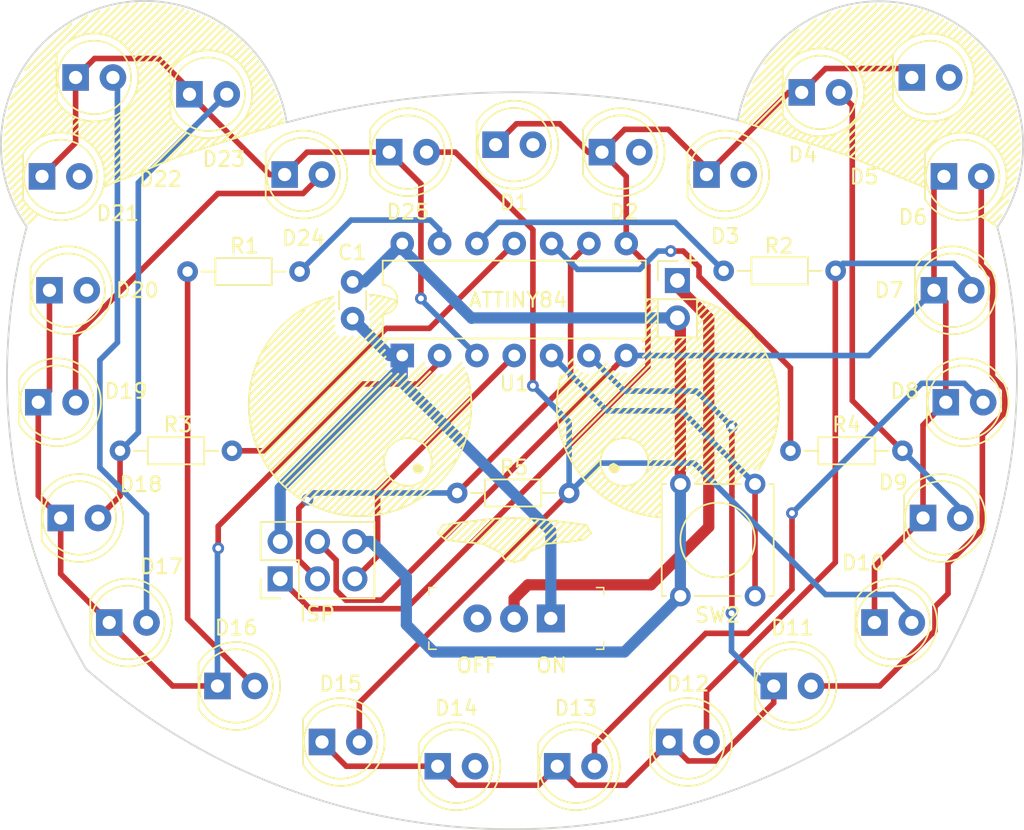
<source format=kicad_pcb>
(kicad_pcb (version 20171130) (host pcbnew "(5.1.9-0-10_14)")

  (general
    (thickness 1.6)
    (drawings 363)
    (tracks 224)
    (zones 0)
    (modules 36)
    (nets 22)
  )

  (page A4)
  (layers
    (0 F.Cu signal)
    (31 B.Cu signal)
    (32 B.Adhes user)
    (33 F.Adhes user)
    (34 B.Paste user)
    (35 F.Paste user)
    (36 B.SilkS user)
    (37 F.SilkS user)
    (38 B.Mask user)
    (39 F.Mask user)
    (40 Dwgs.User user)
    (41 Cmts.User user)
    (42 Eco1.User user)
    (43 Eco2.User user)
    (44 Edge.Cuts user)
    (45 Margin user)
    (46 B.CrtYd user hide)
    (47 F.CrtYd user)
    (48 B.Fab user hide)
    (49 F.Fab user hide)
  )

  (setup
    (last_trace_width 0.381)
    (user_trace_width 0.381)
    (user_trace_width 0.762)
    (trace_clearance 0.2)
    (zone_clearance 0.508)
    (zone_45_only no)
    (trace_min 0.2)
    (via_size 0.8)
    (via_drill 0.4)
    (via_min_size 0.4)
    (via_min_drill 0.3)
    (uvia_size 0.3)
    (uvia_drill 0.1)
    (uvias_allowed no)
    (uvia_min_size 0.2)
    (uvia_min_drill 0.1)
    (edge_width 0.05)
    (segment_width 0.2)
    (pcb_text_width 0.3)
    (pcb_text_size 1.5 1.5)
    (mod_edge_width 0.12)
    (mod_text_size 1 1)
    (mod_text_width 0.15)
    (pad_size 2.02 2.02)
    (pad_drill 1.02)
    (pad_to_mask_clearance 0)
    (aux_axis_origin 0 0)
    (visible_elements FFFFFF7F)
    (pcbplotparams
      (layerselection 0x010fc_ffffffff)
      (usegerberextensions false)
      (usegerberattributes true)
      (usegerberadvancedattributes true)
      (creategerberjobfile true)
      (excludeedgelayer true)
      (linewidth 0.100000)
      (plotframeref false)
      (viasonmask false)
      (mode 1)
      (useauxorigin false)
      (hpglpennumber 1)
      (hpglpenspeed 20)
      (hpglpendiameter 15.000000)
      (psnegative false)
      (psa4output false)
      (plotreference true)
      (plotvalue true)
      (plotinvisibletext false)
      (padsonsilk false)
      (subtractmaskfromsilk false)
      (outputformat 1)
      (mirror false)
      (drillshape 0)
      (scaleselection 1)
      (outputdirectory "gerber"))
  )

  (net 0 "")
  (net 1 GND)
  (net 2 "Net-(BT1-Pad1)")
  (net 3 "Net-(D1-Pad2)")
  (net 4 /col4)
  (net 5 "Net-(D12-Pad2)")
  (net 6 "Net-(D13-Pad2)")
  (net 7 "Net-(D14-Pad2)")
  (net 8 "Net-(D10-Pad2)")
  (net 9 /col3)
  (net 10 /col2)
  (net 11 /col1)
  (net 12 /col0)
  (net 13 /rst)
  (net 14 /row4)
  (net 15 VCC)
  (net 16 /row0)
  (net 17 /row1)
  (net 18 /row2)
  (net 19 /row3)
  (net 20 "Net-(SW1-Pad3)")
  (net 21 /sw)

  (net_class Default "This is the default net class."
    (clearance 0.2)
    (trace_width 0.25)
    (via_dia 0.8)
    (via_drill 0.4)
    (uvia_dia 0.3)
    (uvia_drill 0.1)
    (add_net /col0)
    (add_net /col1)
    (add_net /col2)
    (add_net /col3)
    (add_net /col4)
    (add_net /row0)
    (add_net /row1)
    (add_net /row2)
    (add_net /row3)
    (add_net /row4)
    (add_net /rst)
    (add_net /sw)
    (add_net GND)
    (add_net "Net-(BT1-Pad1)")
    (add_net "Net-(D1-Pad2)")
    (add_net "Net-(D10-Pad2)")
    (add_net "Net-(D12-Pad2)")
    (add_net "Net-(D13-Pad2)")
    (add_net "Net-(D14-Pad2)")
    (add_net "Net-(SW1-Pad3)")
    (add_net VCC)
  )

  (module digikey:Switch_Slide_11.6x4mm_EG1218 (layer F.Cu) (tedit 5A1EC915) (tstamp 6038FEB0)
    (at 151.2062 122.1486 180)
    (descr http://spec_sheets.e-switch.com/specs/P040040.pdf)
    (path /605FF4DB)
    (fp_text reference SW1 (at 2.49 -3.02) (layer F.SilkS) hide
      (effects (font (size 1 1) (thickness 0.15)))
    )
    (fp_text value SW_SPDT (at 2.11 3.14) (layer F.Fab)
      (effects (font (size 1 1) (thickness 0.15)))
    )
    (fp_line (start -3.42 -2) (end 8.18 -2) (layer F.Fab) (width 0.1))
    (fp_line (start -3.42 2) (end -3.42 -2) (layer F.Fab) (width 0.1))
    (fp_line (start 8.18 2) (end 8.18 -2) (layer F.Fab) (width 0.1))
    (fp_line (start -3.42 2) (end 8.18 2) (layer F.Fab) (width 0.1))
    (fp_line (start 8.3 -2.1) (end 7.8 -2.1) (layer F.SilkS) (width 0.1))
    (fp_line (start 8.3 -2.1) (end 8.3 -1.6) (layer F.SilkS) (width 0.1))
    (fp_line (start -3.6 -2.1) (end -3.6 -1.6) (layer F.SilkS) (width 0.1))
    (fp_line (start -3.6 -2.1) (end -3.1 -2.1) (layer F.SilkS) (width 0.1))
    (fp_line (start -3.6 2.1) (end -3.6 1.6) (layer F.SilkS) (width 0.1))
    (fp_line (start -3.6 2.1) (end -3.1 2.1) (layer F.SilkS) (width 0.1))
    (fp_line (start 8.3 2.1) (end 8.3 1.6) (layer F.SilkS) (width 0.1))
    (fp_line (start 8.3 2.1) (end 7.8 2.1) (layer F.SilkS) (width 0.1))
    (fp_line (start -3.67 -2.25) (end 8.43 -2.25) (layer F.CrtYd) (width 0.05))
    (fp_line (start 8.43 2.25) (end 8.43 -2.25) (layer F.CrtYd) (width 0.05))
    (fp_line (start -3.67 2.25) (end 8.43 2.25) (layer F.CrtYd) (width 0.05))
    (fp_line (start -3.67 2.25) (end -3.67 -2.25) (layer F.CrtYd) (width 0.05))
    (fp_text user %R (at 2.5 0) (layer F.Fab)
      (effects (font (size 1 1) (thickness 0.15)))
    )
    (pad 3 thru_hole circle (at 5 0 180) (size 1.9 1.9) (drill 0.9) (layers *.Cu *.Mask)
      (net 20 "Net-(SW1-Pad3)"))
    (pad 2 thru_hole circle (at 2.5 0 180) (size 1.9 1.9) (drill 0.9) (layers *.Cu *.Mask)
      (net 2 "Net-(BT1-Pad1)"))
    (pad 1 thru_hole rect (at 0 0 180) (size 1.9 1.9) (drill 0.9) (layers *.Cu *.Mask)
      (net 15 VCC))
  )

  (module Button_Switch_THT:SW_Tactile_Straight_KSL0Axx1LFTR (layer F.Cu) (tedit 5A02FE31) (tstamp 6038FE65)
    (at 160.02 120.6246 90)
    (descr "SW PUSH SMALL http://www.ckswitches.com/media/1457/ksa_ksl.pdf")
    (tags "SW PUSH SMALL Tactile C&K")
    (path /603F74B1)
    (fp_text reference SW2 (at -1.2954 2.54 180) (layer F.SilkS)
      (effects (font (size 1 1) (thickness 0.15)))
    )
    (fp_text value SW_Push (at 3.81 7.28 90) (layer F.Fab)
      (effects (font (size 1 1) (thickness 0.15)))
    )
    (fp_circle (center 3.81 2.54) (end 3.81 0) (layer F.SilkS) (width 0.12))
    (fp_line (start 0 6.05) (end 0 6.35) (layer F.SilkS) (width 0.12))
    (fp_line (start 7.62 6.05) (end 7.62 6.35) (layer F.SilkS) (width 0.12))
    (fp_line (start 8.57 6.49) (end -0.95 6.49) (layer F.CrtYd) (width 0.05))
    (fp_line (start 8.57 6.49) (end 8.57 -1.41) (layer F.CrtYd) (width 0.05))
    (fp_line (start -0.95 -1.41) (end -0.95 6.49) (layer F.CrtYd) (width 0.05))
    (fp_line (start -0.95 -1.41) (end 8.57 -1.41) (layer F.CrtYd) (width 0.05))
    (fp_line (start 0 0.97) (end 0 4.11) (layer F.SilkS) (width 0.12))
    (fp_line (start 7.62 0.97) (end 7.62 4.11) (layer F.SilkS) (width 0.12))
    (fp_line (start 0 -1.27) (end 0 -0.97) (layer F.SilkS) (width 0.12))
    (fp_line (start 7.62 6.35) (end 0 6.35) (layer F.SilkS) (width 0.12))
    (fp_line (start 7.62 -1.27) (end 7.62 -0.97) (layer F.SilkS) (width 0.12))
    (fp_line (start 0 -1.27) (end 7.62 -1.27) (layer F.SilkS) (width 0.12))
    (fp_line (start 0.11 6.24) (end 0.11 -1.16) (layer F.Fab) (width 0.1))
    (fp_line (start 0.11 -1.16) (end 7.51 -1.16) (layer F.Fab) (width 0.1))
    (fp_line (start 7.51 -1.16) (end 7.51 6.24) (layer F.Fab) (width 0.1))
    (fp_line (start 7.51 6.24) (end 0.11 6.24) (layer F.Fab) (width 0.1))
    (fp_text user %R (at 3.81 2.54 90) (layer F.Fab)
      (effects (font (size 1 1) (thickness 0.15)))
    )
    (pad 2 thru_hole circle (at 0 5.08 90) (size 1.397 1.397) (drill 0.8128) (layers *.Cu *.Mask)
      (net 21 /sw))
    (pad 1 thru_hole circle (at 0 0 90) (size 1.397 1.397) (drill 0.8128) (layers *.Cu *.Mask)
      (net 1 GND))
    (pad 2 thru_hole circle (at 7.62 5.08 90) (size 1.397 1.397) (drill 0.8128) (layers *.Cu *.Mask)
      (net 21 /sw))
    (pad 1 thru_hole circle (at 7.62 0 90) (size 1.397 1.397) (drill 0.8128) (layers *.Cu *.Mask)
      (net 1 GND))
    (model ${KISYS3DMOD}/Button_Switch_THT.3dshapes/SW_Tactile_Straight_KSL0Axx1LFTR.wrl
      (at (xyz 0 0 0))
      (scale (xyz 1 1 1))
      (rotate (xyz 0 0 0))
    )
  )

  (module Connector_PinHeader_2.54mm:PinHeader_1x02_P2.54mm_Vertical (layer F.Cu) (tedit 59FED5CC) (tstamp 60399618)
    (at 159.8168 99.1616)
    (descr "Through hole straight pin header, 1x02, 2.54mm pitch, single row")
    (tags "Through hole pin header THT 1x02 2.54mm single row")
    (path /605B260F)
    (fp_text reference BT1 (at -0.0762 -2.3622) (layer F.SilkS) hide
      (effects (font (size 1 1) (thickness 0.15)))
    )
    (fp_text value Battery (at 0 4.87) (layer F.Fab)
      (effects (font (size 1 1) (thickness 0.15)))
    )
    (fp_line (start 1.8 -1.8) (end -1.8 -1.8) (layer F.CrtYd) (width 0.05))
    (fp_line (start 1.8 4.35) (end 1.8 -1.8) (layer F.CrtYd) (width 0.05))
    (fp_line (start -1.8 4.35) (end 1.8 4.35) (layer F.CrtYd) (width 0.05))
    (fp_line (start -1.8 -1.8) (end -1.8 4.35) (layer F.CrtYd) (width 0.05))
    (fp_line (start -1.33 -1.33) (end 0 -1.33) (layer F.SilkS) (width 0.12))
    (fp_line (start -1.33 0) (end -1.33 -1.33) (layer F.SilkS) (width 0.12))
    (fp_line (start -1.33 1.27) (end 1.33 1.27) (layer F.SilkS) (width 0.12))
    (fp_line (start 1.33 1.27) (end 1.33 3.87) (layer F.SilkS) (width 0.12))
    (fp_line (start -1.33 1.27) (end -1.33 3.87) (layer F.SilkS) (width 0.12))
    (fp_line (start -1.33 3.87) (end 1.33 3.87) (layer F.SilkS) (width 0.12))
    (fp_line (start -1.27 -0.635) (end -0.635 -1.27) (layer F.Fab) (width 0.1))
    (fp_line (start -1.27 3.81) (end -1.27 -0.635) (layer F.Fab) (width 0.1))
    (fp_line (start 1.27 3.81) (end -1.27 3.81) (layer F.Fab) (width 0.1))
    (fp_line (start 1.27 -1.27) (end 1.27 3.81) (layer F.Fab) (width 0.1))
    (fp_line (start -0.635 -1.27) (end 1.27 -1.27) (layer F.Fab) (width 0.1))
    (fp_text user %R (at 0 1.27 90) (layer F.Fab)
      (effects (font (size 1 1) (thickness 0.15)))
    )
    (pad 2 thru_hole oval (at 0 2.54) (size 1.7 1.7) (drill 1) (layers *.Cu *.Mask)
      (net 1 GND))
    (pad 1 thru_hole rect (at 0 0) (size 1.7 1.7) (drill 1) (layers *.Cu *.Mask)
      (net 2 "Net-(BT1-Pad1)"))
    (model ${KISYS3DMOD}/Connector_PinHeader_2.54mm.3dshapes/PinHeader_1x02_P2.54mm_Vertical.wrl
      (at (xyz 0 0 0))
      (scale (xyz 1 1 1))
      (rotate (xyz 0 0 0))
    )
  )

  (module Resistor_THT:R_Axial_DIN0204_L3.6mm_D1.6mm_P7.62mm_Horizontal (layer F.Cu) (tedit 5AE5139B) (tstamp 60397427)
    (at 152.4508 113.6142 180)
    (descr "Resistor, Axial_DIN0204 series, Axial, Horizontal, pin pitch=7.62mm, 0.167W, length*diameter=3.6*1.6mm^2, http://cdn-reichelt.de/documents/datenblatt/B400/1_4W%23YAG.pdf")
    (tags "Resistor Axial_DIN0204 series Axial Horizontal pin pitch 7.62mm 0.167W length 3.6mm diameter 1.6mm")
    (path /604149C0)
    (fp_text reference R5 (at 3.7592 1.7272) (layer F.SilkS)
      (effects (font (size 1 1) (thickness 0.15)))
    )
    (fp_text value 220 (at 3.81 1.92) (layer F.Fab)
      (effects (font (size 1 1) (thickness 0.15)))
    )
    (fp_line (start 2.01 -0.8) (end 2.01 0.8) (layer F.Fab) (width 0.1))
    (fp_line (start 2.01 0.8) (end 5.61 0.8) (layer F.Fab) (width 0.1))
    (fp_line (start 5.61 0.8) (end 5.61 -0.8) (layer F.Fab) (width 0.1))
    (fp_line (start 5.61 -0.8) (end 2.01 -0.8) (layer F.Fab) (width 0.1))
    (fp_line (start 0 0) (end 2.01 0) (layer F.Fab) (width 0.1))
    (fp_line (start 7.62 0) (end 5.61 0) (layer F.Fab) (width 0.1))
    (fp_line (start 1.89 -0.92) (end 1.89 0.92) (layer F.SilkS) (width 0.12))
    (fp_line (start 1.89 0.92) (end 5.73 0.92) (layer F.SilkS) (width 0.12))
    (fp_line (start 5.73 0.92) (end 5.73 -0.92) (layer F.SilkS) (width 0.12))
    (fp_line (start 5.73 -0.92) (end 1.89 -0.92) (layer F.SilkS) (width 0.12))
    (fp_line (start 0.94 0) (end 1.89 0) (layer F.SilkS) (width 0.12))
    (fp_line (start 6.68 0) (end 5.73 0) (layer F.SilkS) (width 0.12))
    (fp_line (start -0.95 -1.05) (end -0.95 1.05) (layer F.CrtYd) (width 0.05))
    (fp_line (start -0.95 1.05) (end 8.57 1.05) (layer F.CrtYd) (width 0.05))
    (fp_line (start 8.57 1.05) (end 8.57 -1.05) (layer F.CrtYd) (width 0.05))
    (fp_line (start 8.57 -1.05) (end -0.95 -1.05) (layer F.CrtYd) (width 0.05))
    (fp_text user %R (at 3.81 0) (layer F.Fab)
      (effects (font (size 0.72 0.72) (thickness 0.108)))
    )
    (pad 2 thru_hole oval (at 7.62 0 180) (size 1.4 1.4) (drill 0.7) (layers *.Cu *.Mask)
      (net 14 /row4))
    (pad 1 thru_hole circle (at 0 0 180) (size 1.4 1.4) (drill 0.7) (layers *.Cu *.Mask)
      (net 8 "Net-(D10-Pad2)"))
    (model ${KISYS3DMOD}/Resistor_THT.3dshapes/R_Axial_DIN0204_L3.6mm_D1.6mm_P7.62mm_Horizontal.wrl
      (at (xyz 0 0 0))
      (scale (xyz 1 1 1))
      (rotate (xyz 0 0 0))
    )
  )

  (module Resistor_THT:R_Axial_DIN0204_L3.6mm_D1.6mm_P7.62mm_Horizontal (layer F.Cu) (tedit 5AE5139B) (tstamp 6038FF7C)
    (at 175.133 110.744 180)
    (descr "Resistor, Axial_DIN0204 series, Axial, Horizontal, pin pitch=7.62mm, 0.167W, length*diameter=3.6*1.6mm^2, http://cdn-reichelt.de/documents/datenblatt/B400/1_4W%23YAG.pdf")
    (tags "Resistor Axial_DIN0204 series Axial Horizontal pin pitch 7.62mm 0.167W length 3.6mm diameter 1.6mm")
    (path /60411913)
    (fp_text reference R4 (at 3.81 1.778 180) (layer F.SilkS)
      (effects (font (size 1 1) (thickness 0.15)))
    )
    (fp_text value 220 (at 3.81 1.92) (layer F.Fab)
      (effects (font (size 1 1) (thickness 0.15)))
    )
    (fp_line (start 2.01 -0.8) (end 2.01 0.8) (layer F.Fab) (width 0.1))
    (fp_line (start 2.01 0.8) (end 5.61 0.8) (layer F.Fab) (width 0.1))
    (fp_line (start 5.61 0.8) (end 5.61 -0.8) (layer F.Fab) (width 0.1))
    (fp_line (start 5.61 -0.8) (end 2.01 -0.8) (layer F.Fab) (width 0.1))
    (fp_line (start 0 0) (end 2.01 0) (layer F.Fab) (width 0.1))
    (fp_line (start 7.62 0) (end 5.61 0) (layer F.Fab) (width 0.1))
    (fp_line (start 1.89 -0.92) (end 1.89 0.92) (layer F.SilkS) (width 0.12))
    (fp_line (start 1.89 0.92) (end 5.73 0.92) (layer F.SilkS) (width 0.12))
    (fp_line (start 5.73 0.92) (end 5.73 -0.92) (layer F.SilkS) (width 0.12))
    (fp_line (start 5.73 -0.92) (end 1.89 -0.92) (layer F.SilkS) (width 0.12))
    (fp_line (start 0.94 0) (end 1.89 0) (layer F.SilkS) (width 0.12))
    (fp_line (start 6.68 0) (end 5.73 0) (layer F.SilkS) (width 0.12))
    (fp_line (start -0.95 -1.05) (end -0.95 1.05) (layer F.CrtYd) (width 0.05))
    (fp_line (start -0.95 1.05) (end 8.57 1.05) (layer F.CrtYd) (width 0.05))
    (fp_line (start 8.57 1.05) (end 8.57 -1.05) (layer F.CrtYd) (width 0.05))
    (fp_line (start 8.57 -1.05) (end -0.95 -1.05) (layer F.CrtYd) (width 0.05))
    (fp_text user %R (at 3.81 0) (layer F.Fab)
      (effects (font (size 0.72 0.72) (thickness 0.108)))
    )
    (pad 2 thru_hole oval (at 7.62 0 180) (size 1.4 1.4) (drill 0.7) (layers *.Cu *.Mask)
      (net 19 /row3))
    (pad 1 thru_hole circle (at 0 0 180) (size 1.4 1.4) (drill 0.7) (layers *.Cu *.Mask)
      (net 7 "Net-(D14-Pad2)"))
    (model ${KISYS3DMOD}/Resistor_THT.3dshapes/R_Axial_DIN0204_L3.6mm_D1.6mm_P7.62mm_Horizontal.wrl
      (at (xyz 0 0 0))
      (scale (xyz 1 1 1))
      (rotate (xyz 0 0 0))
    )
  )

  (module Resistor_THT:R_Axial_DIN0204_L3.6mm_D1.6mm_P7.62mm_Horizontal (layer F.Cu) (tedit 5AE5139B) (tstamp 6038FF3A)
    (at 121.8946 110.744)
    (descr "Resistor, Axial_DIN0204 series, Axial, Horizontal, pin pitch=7.62mm, 0.167W, length*diameter=3.6*1.6mm^2, http://cdn-reichelt.de/documents/datenblatt/B400/1_4W%23YAG.pdf")
    (tags "Resistor Axial_DIN0204 series Axial Horizontal pin pitch 7.62mm 0.167W length 3.6mm diameter 1.6mm")
    (path /6040E8B0)
    (fp_text reference R3 (at 3.937 -1.778) (layer F.SilkS)
      (effects (font (size 1 1) (thickness 0.15)))
    )
    (fp_text value 220 (at 3.81 1.92) (layer F.Fab)
      (effects (font (size 1 1) (thickness 0.15)))
    )
    (fp_line (start 2.01 -0.8) (end 2.01 0.8) (layer F.Fab) (width 0.1))
    (fp_line (start 2.01 0.8) (end 5.61 0.8) (layer F.Fab) (width 0.1))
    (fp_line (start 5.61 0.8) (end 5.61 -0.8) (layer F.Fab) (width 0.1))
    (fp_line (start 5.61 -0.8) (end 2.01 -0.8) (layer F.Fab) (width 0.1))
    (fp_line (start 0 0) (end 2.01 0) (layer F.Fab) (width 0.1))
    (fp_line (start 7.62 0) (end 5.61 0) (layer F.Fab) (width 0.1))
    (fp_line (start 1.89 -0.92) (end 1.89 0.92) (layer F.SilkS) (width 0.12))
    (fp_line (start 1.89 0.92) (end 5.73 0.92) (layer F.SilkS) (width 0.12))
    (fp_line (start 5.73 0.92) (end 5.73 -0.92) (layer F.SilkS) (width 0.12))
    (fp_line (start 5.73 -0.92) (end 1.89 -0.92) (layer F.SilkS) (width 0.12))
    (fp_line (start 0.94 0) (end 1.89 0) (layer F.SilkS) (width 0.12))
    (fp_line (start 6.68 0) (end 5.73 0) (layer F.SilkS) (width 0.12))
    (fp_line (start -0.95 -1.05) (end -0.95 1.05) (layer F.CrtYd) (width 0.05))
    (fp_line (start -0.95 1.05) (end 8.57 1.05) (layer F.CrtYd) (width 0.05))
    (fp_line (start 8.57 1.05) (end 8.57 -1.05) (layer F.CrtYd) (width 0.05))
    (fp_line (start 8.57 -1.05) (end -0.95 -1.05) (layer F.CrtYd) (width 0.05))
    (fp_text user %R (at 3.81 0) (layer F.Fab)
      (effects (font (size 0.72 0.72) (thickness 0.108)))
    )
    (pad 2 thru_hole oval (at 7.62 0) (size 1.4 1.4) (drill 0.7) (layers *.Cu *.Mask)
      (net 18 /row2))
    (pad 1 thru_hole circle (at 0 0) (size 1.4 1.4) (drill 0.7) (layers *.Cu *.Mask)
      (net 6 "Net-(D13-Pad2)"))
    (model ${KISYS3DMOD}/Resistor_THT.3dshapes/R_Axial_DIN0204_L3.6mm_D1.6mm_P7.62mm_Horizontal.wrl
      (at (xyz 0 0 0))
      (scale (xyz 1 1 1))
      (rotate (xyz 0 0 0))
    )
  )

  (module Resistor_THT:R_Axial_DIN0204_L3.6mm_D1.6mm_P7.62mm_Horizontal (layer F.Cu) (tedit 5AE5139B) (tstamp 6038FEF8)
    (at 170.5864 98.5012 180)
    (descr "Resistor, Axial_DIN0204 series, Axial, Horizontal, pin pitch=7.62mm, 0.167W, length*diameter=3.6*1.6mm^2, http://cdn-reichelt.de/documents/datenblatt/B400/1_4W%23YAG.pdf")
    (tags "Resistor Axial_DIN0204 series Axial Horizontal pin pitch 7.62mm 0.167W length 3.6mm diameter 1.6mm")
    (path /6040CB03)
    (fp_text reference R2 (at 3.8608 1.7018) (layer F.SilkS)
      (effects (font (size 1 1) (thickness 0.15)))
    )
    (fp_text value 220 (at 3.81 1.92) (layer F.Fab)
      (effects (font (size 1 1) (thickness 0.15)))
    )
    (fp_line (start 2.01 -0.8) (end 2.01 0.8) (layer F.Fab) (width 0.1))
    (fp_line (start 2.01 0.8) (end 5.61 0.8) (layer F.Fab) (width 0.1))
    (fp_line (start 5.61 0.8) (end 5.61 -0.8) (layer F.Fab) (width 0.1))
    (fp_line (start 5.61 -0.8) (end 2.01 -0.8) (layer F.Fab) (width 0.1))
    (fp_line (start 0 0) (end 2.01 0) (layer F.Fab) (width 0.1))
    (fp_line (start 7.62 0) (end 5.61 0) (layer F.Fab) (width 0.1))
    (fp_line (start 1.89 -0.92) (end 1.89 0.92) (layer F.SilkS) (width 0.12))
    (fp_line (start 1.89 0.92) (end 5.73 0.92) (layer F.SilkS) (width 0.12))
    (fp_line (start 5.73 0.92) (end 5.73 -0.92) (layer F.SilkS) (width 0.12))
    (fp_line (start 5.73 -0.92) (end 1.89 -0.92) (layer F.SilkS) (width 0.12))
    (fp_line (start 0.94 0) (end 1.89 0) (layer F.SilkS) (width 0.12))
    (fp_line (start 6.68 0) (end 5.73 0) (layer F.SilkS) (width 0.12))
    (fp_line (start -0.95 -1.05) (end -0.95 1.05) (layer F.CrtYd) (width 0.05))
    (fp_line (start -0.95 1.05) (end 8.57 1.05) (layer F.CrtYd) (width 0.05))
    (fp_line (start 8.57 1.05) (end 8.57 -1.05) (layer F.CrtYd) (width 0.05))
    (fp_line (start 8.57 -1.05) (end -0.95 -1.05) (layer F.CrtYd) (width 0.05))
    (fp_text user %R (at 3.81 0) (layer F.Fab)
      (effects (font (size 0.72 0.72) (thickness 0.108)))
    )
    (pad 2 thru_hole oval (at 7.62 0 180) (size 1.4 1.4) (drill 0.7) (layers *.Cu *.Mask)
      (net 17 /row1))
    (pad 1 thru_hole circle (at 0 0 180) (size 1.4 1.4) (drill 0.7) (layers *.Cu *.Mask)
      (net 5 "Net-(D12-Pad2)"))
    (model ${KISYS3DMOD}/Resistor_THT.3dshapes/R_Axial_DIN0204_L3.6mm_D1.6mm_P7.62mm_Horizontal.wrl
      (at (xyz 0 0 0))
      (scale (xyz 1 1 1))
      (rotate (xyz 0 0 0))
    )
  )

  (module Resistor_THT:R_Axial_DIN0204_L3.6mm_D1.6mm_P7.62mm_Horizontal (layer F.Cu) (tedit 5AE5139B) (tstamp 6038FFBE)
    (at 126.492 98.552)
    (descr "Resistor, Axial_DIN0204 series, Axial, Horizontal, pin pitch=7.62mm, 0.167W, length*diameter=3.6*1.6mm^2, http://cdn-reichelt.de/documents/datenblatt/B400/1_4W%23YAG.pdf")
    (tags "Resistor Axial_DIN0204 series Axial Horizontal pin pitch 7.62mm 0.167W length 3.6mm diameter 1.6mm")
    (path /603AA9F8)
    (fp_text reference R1 (at 3.8608 -1.7526) (layer F.SilkS)
      (effects (font (size 1 1) (thickness 0.15)))
    )
    (fp_text value 220 (at 3.81 1.92) (layer F.Fab)
      (effects (font (size 1 1) (thickness 0.15)))
    )
    (fp_line (start 2.01 -0.8) (end 2.01 0.8) (layer F.Fab) (width 0.1))
    (fp_line (start 2.01 0.8) (end 5.61 0.8) (layer F.Fab) (width 0.1))
    (fp_line (start 5.61 0.8) (end 5.61 -0.8) (layer F.Fab) (width 0.1))
    (fp_line (start 5.61 -0.8) (end 2.01 -0.8) (layer F.Fab) (width 0.1))
    (fp_line (start 0 0) (end 2.01 0) (layer F.Fab) (width 0.1))
    (fp_line (start 7.62 0) (end 5.61 0) (layer F.Fab) (width 0.1))
    (fp_line (start 1.89 -0.92) (end 1.89 0.92) (layer F.SilkS) (width 0.12))
    (fp_line (start 1.89 0.92) (end 5.73 0.92) (layer F.SilkS) (width 0.12))
    (fp_line (start 5.73 0.92) (end 5.73 -0.92) (layer F.SilkS) (width 0.12))
    (fp_line (start 5.73 -0.92) (end 1.89 -0.92) (layer F.SilkS) (width 0.12))
    (fp_line (start 0.94 0) (end 1.89 0) (layer F.SilkS) (width 0.12))
    (fp_line (start 6.68 0) (end 5.73 0) (layer F.SilkS) (width 0.12))
    (fp_line (start -0.95 -1.05) (end -0.95 1.05) (layer F.CrtYd) (width 0.05))
    (fp_line (start -0.95 1.05) (end 8.57 1.05) (layer F.CrtYd) (width 0.05))
    (fp_line (start 8.57 1.05) (end 8.57 -1.05) (layer F.CrtYd) (width 0.05))
    (fp_line (start 8.57 -1.05) (end -0.95 -1.05) (layer F.CrtYd) (width 0.05))
    (fp_text user %R (at 3.81 0) (layer F.Fab)
      (effects (font (size 0.72 0.72) (thickness 0.108)))
    )
    (pad 2 thru_hole oval (at 7.62 0) (size 1.4 1.4) (drill 0.7) (layers *.Cu *.Mask)
      (net 16 /row0))
    (pad 1 thru_hole circle (at 0 0) (size 1.4 1.4) (drill 0.7) (layers *.Cu *.Mask)
      (net 3 "Net-(D1-Pad2)"))
    (model ${KISYS3DMOD}/Resistor_THT.3dshapes/R_Axial_DIN0204_L3.6mm_D1.6mm_P7.62mm_Horizontal.wrl
      (at (xyz 0 0 0))
      (scale (xyz 1 1 1))
      (rotate (xyz 0 0 0))
    )
  )

  (module Package_DIP:DIP-14_W7.62mm (layer F.Cu) (tedit 5A02E8C5) (tstamp 6039000B)
    (at 141.097 104.26192 90)
    (descr "14-lead though-hole mounted DIP package, row spacing 7.62 mm (300 mils)")
    (tags "THT DIP DIL PDIP 2.54mm 7.62mm 300mil")
    (path /6037B303)
    (fp_text reference U1 (at -1.91008 7.62) (layer F.SilkS)
      (effects (font (size 1 1) (thickness 0.15)))
    )
    (fp_text value ATtiny84A-PU (at 3.81 17.57 90) (layer F.Fab)
      (effects (font (size 1 1) (thickness 0.15)))
    )
    (fp_line (start 8.7 -1.55) (end -1.1 -1.55) (layer F.CrtYd) (width 0.05))
    (fp_line (start 8.7 16.8) (end 8.7 -1.55) (layer F.CrtYd) (width 0.05))
    (fp_line (start -1.1 16.8) (end 8.7 16.8) (layer F.CrtYd) (width 0.05))
    (fp_line (start -1.1 -1.55) (end -1.1 16.8) (layer F.CrtYd) (width 0.05))
    (fp_line (start 6.46 -1.33) (end 4.81 -1.33) (layer F.SilkS) (width 0.12))
    (fp_line (start 6.46 16.57) (end 6.46 -1.33) (layer F.SilkS) (width 0.12))
    (fp_line (start 1.16 16.57) (end 6.46 16.57) (layer F.SilkS) (width 0.12))
    (fp_line (start 1.16 -1.33) (end 1.16 16.57) (layer F.SilkS) (width 0.12))
    (fp_line (start 2.81 -1.33) (end 1.16 -1.33) (layer F.SilkS) (width 0.12))
    (fp_line (start 0.635 -0.27) (end 1.635 -1.27) (layer F.Fab) (width 0.1))
    (fp_line (start 0.635 16.51) (end 0.635 -0.27) (layer F.Fab) (width 0.1))
    (fp_line (start 6.985 16.51) (end 0.635 16.51) (layer F.Fab) (width 0.1))
    (fp_line (start 6.985 -1.27) (end 6.985 16.51) (layer F.Fab) (width 0.1))
    (fp_line (start 1.635 -1.27) (end 6.985 -1.27) (layer F.Fab) (width 0.1))
    (fp_text user %R (at 3.81 7.62 90) (layer F.Fab)
      (effects (font (size 1 1) (thickness 0.15)))
    )
    (fp_arc (start 3.81 -1.33) (end 2.81 -1.33) (angle -180) (layer F.SilkS) (width 0.12))
    (pad 14 thru_hole oval (at 7.62 0 90) (size 1.6 1.6) (drill 0.8) (layers *.Cu *.Mask)
      (net 1 GND))
    (pad 7 thru_hole oval (at 0 15.24 90) (size 1.6 1.6) (drill 0.8) (layers *.Cu *.Mask)
      (net 9 /col3))
    (pad 13 thru_hole oval (at 7.62 2.54 90) (size 1.6 1.6) (drill 0.8) (layers *.Cu *.Mask)
      (net 16 /row0))
    (pad 6 thru_hole oval (at 0 12.7 90) (size 1.6 1.6) (drill 0.8) (layers *.Cu *.Mask)
      (net 10 /col2))
    (pad 12 thru_hole oval (at 7.62 5.08 90) (size 1.6 1.6) (drill 0.8) (layers *.Cu *.Mask)
      (net 17 /row1))
    (pad 5 thru_hole oval (at 0 10.16 90) (size 1.6 1.6) (drill 0.8) (layers *.Cu *.Mask)
      (net 21 /sw))
    (pad 11 thru_hole oval (at 7.62 7.62 90) (size 1.6 1.6) (drill 0.8) (layers *.Cu *.Mask)
      (net 18 /row2))
    (pad 4 thru_hole oval (at 0 7.62 90) (size 1.6 1.6) (drill 0.8) (layers *.Cu *.Mask)
      (net 13 /rst))
    (pad 10 thru_hole oval (at 7.62 10.16 90) (size 1.6 1.6) (drill 0.8) (layers *.Cu *.Mask)
      (net 19 /row3))
    (pad 3 thru_hole oval (at 0 5.08 90) (size 1.6 1.6) (drill 0.8) (layers *.Cu *.Mask)
      (net 12 /col0))
    (pad 9 thru_hole oval (at 7.62 12.7 90) (size 1.6 1.6) (drill 0.8) (layers *.Cu *.Mask)
      (net 14 /row4))
    (pad 2 thru_hole oval (at 0 2.54 90) (size 1.6 1.6) (drill 0.8) (layers *.Cu *.Mask)
      (net 11 /col1))
    (pad 8 thru_hole oval (at 7.62 15.24 90) (size 1.6 1.6) (drill 0.8) (layers *.Cu *.Mask)
      (net 4 /col4))
    (pad 1 thru_hole rect (at 0 0 90) (size 1.6 1.6) (drill 0.8) (layers *.Cu *.Mask)
      (net 15 VCC))
    (model ${KISYS3DMOD}/Package_DIP.3dshapes/DIP-14_W7.62mm.wrl
      (at (xyz 0 0 0))
      (scale (xyz 1 1 1))
      (rotate (xyz 0 0 0))
    )
  )

  (module Connector_PinHeader_2.54mm:PinHeader_2x03_P2.54mm_Vertical (layer F.Cu) (tedit 59FED5CC) (tstamp 60390632)
    (at 132.7912 119.4562 90)
    (descr "Through hole straight pin header, 2x03, 2.54mm pitch, double rows")
    (tags "Through hole pin header THT 2x03 2.54mm double row")
    (path /604CDC9D)
    (fp_text reference J1 (at 1.27 -2.33 90) (layer F.SilkS) hide
      (effects (font (size 1 1) (thickness 0.15)))
    )
    (fp_text value AVR-ISP-6 (at 1.27 7.41 90) (layer F.Fab)
      (effects (font (size 1 1) (thickness 0.15)))
    )
    (fp_line (start 4.35 -1.8) (end -1.8 -1.8) (layer F.CrtYd) (width 0.05))
    (fp_line (start 4.35 6.85) (end 4.35 -1.8) (layer F.CrtYd) (width 0.05))
    (fp_line (start -1.8 6.85) (end 4.35 6.85) (layer F.CrtYd) (width 0.05))
    (fp_line (start -1.8 -1.8) (end -1.8 6.85) (layer F.CrtYd) (width 0.05))
    (fp_line (start -1.33 -1.33) (end 0 -1.33) (layer F.SilkS) (width 0.12))
    (fp_line (start -1.33 0) (end -1.33 -1.33) (layer F.SilkS) (width 0.12))
    (fp_line (start 1.27 -1.33) (end 3.87 -1.33) (layer F.SilkS) (width 0.12))
    (fp_line (start 1.27 1.27) (end 1.27 -1.33) (layer F.SilkS) (width 0.12))
    (fp_line (start -1.33 1.27) (end 1.27 1.27) (layer F.SilkS) (width 0.12))
    (fp_line (start 3.87 -1.33) (end 3.87 6.41) (layer F.SilkS) (width 0.12))
    (fp_line (start -1.33 1.27) (end -1.33 6.41) (layer F.SilkS) (width 0.12))
    (fp_line (start -1.33 6.41) (end 3.87 6.41) (layer F.SilkS) (width 0.12))
    (fp_line (start -1.27 0) (end 0 -1.27) (layer F.Fab) (width 0.1))
    (fp_line (start -1.27 6.35) (end -1.27 0) (layer F.Fab) (width 0.1))
    (fp_line (start 3.81 6.35) (end -1.27 6.35) (layer F.Fab) (width 0.1))
    (fp_line (start 3.81 -1.27) (end 3.81 6.35) (layer F.Fab) (width 0.1))
    (fp_line (start 0 -1.27) (end 3.81 -1.27) (layer F.Fab) (width 0.1))
    (fp_text user %R (at 1.27 2.54) (layer F.Fab)
      (effects (font (size 1 1) (thickness 0.15)))
    )
    (pad 6 thru_hole oval (at 2.54 5.08 90) (size 1.7 1.7) (drill 1) (layers *.Cu *.Mask)
      (net 1 GND))
    (pad 5 thru_hole oval (at 0 5.08 90) (size 1.7 1.7) (drill 1) (layers *.Cu *.Mask)
      (net 13 /rst))
    (pad 4 thru_hole oval (at 2.54 2.54 90) (size 1.7 1.7) (drill 1) (layers *.Cu *.Mask)
      (net 9 /col3))
    (pad 3 thru_hole oval (at 0 2.54 90) (size 1.7 1.7) (drill 1) (layers *.Cu *.Mask)
      (net 14 /row4))
    (pad 2 thru_hole oval (at 2.54 0 90) (size 1.7 1.7) (drill 1) (layers *.Cu *.Mask)
      (net 15 VCC))
    (pad 1 thru_hole rect (at 0 0 90) (size 1.7 1.7) (drill 1) (layers *.Cu *.Mask)
      (net 4 /col4))
    (model ${KISYS3DMOD}/Connector_PinHeader_2.54mm.3dshapes/PinHeader_2x03_P2.54mm_Vertical.wrl
      (at (xyz 0 0 0))
      (scale (xyz 1 1 1))
      (rotate (xyz 0 0 0))
    )
  )

  (module LED_THT:LED_D5.0mm_Clear (layer F.Cu) (tedit 5A6C9BC0) (tstamp 603905F5)
    (at 140.208 90.424)
    (descr "LED, diameter 5.0mm, 2 pins, http://cdn-reichelt.de/documents/datenblatt/A500/LL-504BC2E-009.pdf")
    (tags "LED diameter 5.0mm 2 pins")
    (path /604149D4)
    (fp_text reference D25 (at 1.27 4.064) (layer F.SilkS)
      (effects (font (size 1 1) (thickness 0.15)))
    )
    (fp_text value LED (at 1.27 3.96) (layer F.Fab)
      (effects (font (size 1 1) (thickness 0.15)))
    )
    (fp_circle (center 1.27 0) (end 3.77 0) (layer F.SilkS) (width 0.12))
    (fp_circle (center 1.27 0) (end 3.77 0) (layer F.Fab) (width 0.1))
    (fp_line (start 4.5 -3.25) (end -1.95 -3.25) (layer F.CrtYd) (width 0.05))
    (fp_line (start 4.5 3.25) (end 4.5 -3.25) (layer F.CrtYd) (width 0.05))
    (fp_line (start -1.95 3.25) (end 4.5 3.25) (layer F.CrtYd) (width 0.05))
    (fp_line (start -1.95 -3.25) (end -1.95 3.25) (layer F.CrtYd) (width 0.05))
    (fp_line (start -1.29 -1.545) (end -1.29 1.545) (layer F.SilkS) (width 0.12))
    (fp_line (start -1.23 -1.469694) (end -1.23 1.469694) (layer F.Fab) (width 0.1))
    (fp_arc (start 1.27 0) (end -1.29 1.54483) (angle -148.9) (layer F.SilkS) (width 0.12))
    (fp_arc (start 1.27 0) (end -1.29 -1.54483) (angle 148.9) (layer F.SilkS) (width 0.12))
    (fp_arc (start 1.27 0) (end -1.23 -1.469694) (angle 299.1) (layer F.Fab) (width 0.1))
    (fp_text user %R (at 1.25 0) (layer F.Fab)
      (effects (font (size 0.8 0.8) (thickness 0.2)))
    )
    (pad 2 thru_hole circle (at 2.54 0) (size 1.8 1.8) (drill 0.9) (layers *.Cu *.Mask)
      (net 8 "Net-(D10-Pad2)"))
    (pad 1 thru_hole rect (at 0 0) (size 1.8 1.8) (drill 0.9) (layers *.Cu *.Mask)
      (net 12 /col0))
    (model ${KISYS3DMOD}/LED_THT.3dshapes/LED_D5.0mm_Clear.wrl
      (at (xyz 0 0 0))
      (scale (xyz 1 1 1))
      (rotate (xyz 0 0 0))
    )
  )

  (module LED_THT:LED_D5.0mm_Clear (layer F.Cu) (tedit 5A6C9BC0) (tstamp 603905C2)
    (at 133.096 91.948)
    (descr "LED, diameter 5.0mm, 2 pins, http://cdn-reichelt.de/documents/datenblatt/A500/LL-504BC2E-009.pdf")
    (tags "LED diameter 5.0mm 2 pins")
    (path /60411927)
    (fp_text reference D24 (at 1.27 4.318) (layer F.SilkS)
      (effects (font (size 1 1) (thickness 0.15)))
    )
    (fp_text value LED (at 1.27 3.96) (layer F.Fab)
      (effects (font (size 1 1) (thickness 0.15)))
    )
    (fp_circle (center 1.27 0) (end 3.77 0) (layer F.SilkS) (width 0.12))
    (fp_circle (center 1.27 0) (end 3.77 0) (layer F.Fab) (width 0.1))
    (fp_line (start 4.5 -3.25) (end -1.95 -3.25) (layer F.CrtYd) (width 0.05))
    (fp_line (start 4.5 3.25) (end 4.5 -3.25) (layer F.CrtYd) (width 0.05))
    (fp_line (start -1.95 3.25) (end 4.5 3.25) (layer F.CrtYd) (width 0.05))
    (fp_line (start -1.95 -3.25) (end -1.95 3.25) (layer F.CrtYd) (width 0.05))
    (fp_line (start -1.29 -1.545) (end -1.29 1.545) (layer F.SilkS) (width 0.12))
    (fp_line (start -1.23 -1.469694) (end -1.23 1.469694) (layer F.Fab) (width 0.1))
    (fp_arc (start 1.27 0) (end -1.29 1.54483) (angle -148.9) (layer F.SilkS) (width 0.12))
    (fp_arc (start 1.27 0) (end -1.29 -1.54483) (angle 148.9) (layer F.SilkS) (width 0.12))
    (fp_arc (start 1.27 0) (end -1.23 -1.469694) (angle 299.1) (layer F.Fab) (width 0.1))
    (fp_text user %R (at 1.25 0) (layer F.Fab)
      (effects (font (size 0.8 0.8) (thickness 0.2)))
    )
    (pad 2 thru_hole circle (at 2.54 0) (size 1.8 1.8) (drill 0.9) (layers *.Cu *.Mask)
      (net 7 "Net-(D14-Pad2)"))
    (pad 1 thru_hole rect (at 0 0) (size 1.8 1.8) (drill 0.9) (layers *.Cu *.Mask)
      (net 12 /col0))
    (model ${KISYS3DMOD}/LED_THT.3dshapes/LED_D5.0mm_Clear.wrl
      (at (xyz 0 0 0))
      (scale (xyz 1 1 1))
      (rotate (xyz 0 0 0))
    )
  )

  (module LED_THT:LED_D5.0mm_Clear (layer F.Cu) (tedit 5A6C9BC0) (tstamp 6039543B)
    (at 126.619 86.487)
    (descr "LED, diameter 5.0mm, 2 pins, http://cdn-reichelt.de/documents/datenblatt/A500/LL-504BC2E-009.pdf")
    (tags "LED diameter 5.0mm 2 pins")
    (path /6040E8C4)
    (fp_text reference D23 (at 2.3368 4.4196) (layer F.SilkS)
      (effects (font (size 1 1) (thickness 0.15)))
    )
    (fp_text value LED (at 1.27 3.96) (layer F.Fab)
      (effects (font (size 1 1) (thickness 0.15)))
    )
    (fp_circle (center 1.27 0) (end 3.77 0) (layer F.SilkS) (width 0.12))
    (fp_circle (center 1.27 0) (end 3.77 0) (layer F.Fab) (width 0.1))
    (fp_line (start 4.5 -3.25) (end -1.95 -3.25) (layer F.CrtYd) (width 0.05))
    (fp_line (start 4.5 3.25) (end 4.5 -3.25) (layer F.CrtYd) (width 0.05))
    (fp_line (start -1.95 3.25) (end 4.5 3.25) (layer F.CrtYd) (width 0.05))
    (fp_line (start -1.95 -3.25) (end -1.95 3.25) (layer F.CrtYd) (width 0.05))
    (fp_line (start -1.29 -1.545) (end -1.29 1.545) (layer F.SilkS) (width 0.12))
    (fp_line (start -1.23 -1.469694) (end -1.23 1.469694) (layer F.Fab) (width 0.1))
    (fp_arc (start 1.27 0) (end -1.29 1.54483) (angle -148.9) (layer F.SilkS) (width 0.12))
    (fp_arc (start 1.27 0) (end -1.29 -1.54483) (angle 148.9) (layer F.SilkS) (width 0.12))
    (fp_arc (start 1.27 0) (end -1.23 -1.469694) (angle 299.1) (layer F.Fab) (width 0.1))
    (fp_text user %R (at 1.25 0) (layer F.Fab)
      (effects (font (size 0.8 0.8) (thickness 0.2)))
    )
    (pad 2 thru_hole circle (at 2.54 0) (size 1.8 1.8) (drill 0.9) (layers *.Cu *.Mask)
      (net 6 "Net-(D13-Pad2)"))
    (pad 1 thru_hole rect (at 0 0) (size 1.8 1.8) (drill 0.9) (layers *.Cu *.Mask)
      (net 12 /col0))
    (model ${KISYS3DMOD}/LED_THT.3dshapes/LED_D5.0mm_Clear.wrl
      (at (xyz 0 0 0))
      (scale (xyz 1 1 1))
      (rotate (xyz 0 0 0))
    )
  )

  (module LED_THT:LED_D5.0mm_Clear (layer F.Cu) (tedit 5A6C9BC0) (tstamp 6039055C)
    (at 118.872 85.344)
    (descr "LED, diameter 5.0mm, 2 pins, http://cdn-reichelt.de/documents/datenblatt/A500/LL-504BC2E-009.pdf")
    (tags "LED diameter 5.0mm 2 pins")
    (path /6040CB17)
    (fp_text reference D22 (at 5.7658 6.9088) (layer F.SilkS)
      (effects (font (size 1 1) (thickness 0.15)))
    )
    (fp_text value LED (at 1.27 3.96) (layer F.Fab)
      (effects (font (size 1 1) (thickness 0.15)))
    )
    (fp_circle (center 1.27 0) (end 3.77 0) (layer F.SilkS) (width 0.12))
    (fp_circle (center 1.27 0) (end 3.77 0) (layer F.Fab) (width 0.1))
    (fp_line (start 4.5 -3.25) (end -1.95 -3.25) (layer F.CrtYd) (width 0.05))
    (fp_line (start 4.5 3.25) (end 4.5 -3.25) (layer F.CrtYd) (width 0.05))
    (fp_line (start -1.95 3.25) (end 4.5 3.25) (layer F.CrtYd) (width 0.05))
    (fp_line (start -1.95 -3.25) (end -1.95 3.25) (layer F.CrtYd) (width 0.05))
    (fp_line (start -1.29 -1.545) (end -1.29 1.545) (layer F.SilkS) (width 0.12))
    (fp_line (start -1.23 -1.469694) (end -1.23 1.469694) (layer F.Fab) (width 0.1))
    (fp_arc (start 1.27 0) (end -1.29 1.54483) (angle -148.9) (layer F.SilkS) (width 0.12))
    (fp_arc (start 1.27 0) (end -1.29 -1.54483) (angle 148.9) (layer F.SilkS) (width 0.12))
    (fp_arc (start 1.27 0) (end -1.23 -1.469694) (angle 299.1) (layer F.Fab) (width 0.1))
    (fp_text user %R (at 1.25 0) (layer F.Fab)
      (effects (font (size 0.8 0.8) (thickness 0.2)))
    )
    (pad 2 thru_hole circle (at 2.54 0) (size 1.8 1.8) (drill 0.9) (layers *.Cu *.Mask)
      (net 5 "Net-(D12-Pad2)"))
    (pad 1 thru_hole rect (at 0 0) (size 1.8 1.8) (drill 0.9) (layers *.Cu *.Mask)
      (net 12 /col0))
    (model ${KISYS3DMOD}/LED_THT.3dshapes/LED_D5.0mm_Clear.wrl
      (at (xyz 0 0 0))
      (scale (xyz 1 1 1))
      (rotate (xyz 0 0 0))
    )
  )

  (module LED_THT:LED_D5.0mm_Clear (layer F.Cu) (tedit 5A6C9BC0) (tstamp 603948CC)
    (at 116.586 92.075)
    (descr "LED, diameter 5.0mm, 2 pins, http://cdn-reichelt.de/documents/datenblatt/A500/LL-504BC2E-009.pdf")
    (tags "LED diameter 5.0mm 2 pins")
    (path /60401AE8)
    (fp_text reference D21 (at 5.1562 2.5146) (layer F.SilkS)
      (effects (font (size 1 1) (thickness 0.15)))
    )
    (fp_text value LED (at 1.27 3.96) (layer F.Fab)
      (effects (font (size 1 1) (thickness 0.15)))
    )
    (fp_circle (center 1.27 0) (end 3.77 0) (layer F.SilkS) (width 0.12))
    (fp_circle (center 1.27 0) (end 3.77 0) (layer F.Fab) (width 0.1))
    (fp_line (start 4.5 -3.25) (end -1.95 -3.25) (layer F.CrtYd) (width 0.05))
    (fp_line (start 4.5 3.25) (end 4.5 -3.25) (layer F.CrtYd) (width 0.05))
    (fp_line (start -1.95 3.25) (end 4.5 3.25) (layer F.CrtYd) (width 0.05))
    (fp_line (start -1.95 -3.25) (end -1.95 3.25) (layer F.CrtYd) (width 0.05))
    (fp_line (start -1.29 -1.545) (end -1.29 1.545) (layer F.SilkS) (width 0.12))
    (fp_line (start -1.23 -1.469694) (end -1.23 1.469694) (layer F.Fab) (width 0.1))
    (fp_arc (start 1.27 0) (end -1.29 1.54483) (angle -148.9) (layer F.SilkS) (width 0.12))
    (fp_arc (start 1.27 0) (end -1.29 -1.54483) (angle 148.9) (layer F.SilkS) (width 0.12))
    (fp_arc (start 1.27 0) (end -1.23 -1.469694) (angle 299.1) (layer F.Fab) (width 0.1))
    (fp_text user %R (at 1.25 0) (layer F.Fab)
      (effects (font (size 0.8 0.8) (thickness 0.2)))
    )
    (pad 2 thru_hole circle (at 2.54 0) (size 1.8 1.8) (drill 0.9) (layers *.Cu *.Mask)
      (net 3 "Net-(D1-Pad2)"))
    (pad 1 thru_hole rect (at 0 0) (size 1.8 1.8) (drill 0.9) (layers *.Cu *.Mask)
      (net 12 /col0))
    (model ${KISYS3DMOD}/LED_THT.3dshapes/LED_D5.0mm_Clear.wrl
      (at (xyz 0 0 0))
      (scale (xyz 1 1 1))
      (rotate (xyz 0 0 0))
    )
  )

  (module LED_THT:LED_D5.0mm_Clear (layer F.Cu) (tedit 5A6C9BC0) (tstamp 603904F6)
    (at 117.094 99.822)
    (descr "LED, diameter 5.0mm, 2 pins, http://cdn-reichelt.de/documents/datenblatt/A500/LL-504BC2E-009.pdf")
    (tags "LED diameter 5.0mm 2 pins")
    (path /604149CE)
    (fp_text reference D20 (at 5.969 0) (layer F.SilkS)
      (effects (font (size 1 1) (thickness 0.15)))
    )
    (fp_text value LED (at 1.27 3.96) (layer F.Fab)
      (effects (font (size 1 1) (thickness 0.15)))
    )
    (fp_circle (center 1.27 0) (end 3.77 0) (layer F.SilkS) (width 0.12))
    (fp_circle (center 1.27 0) (end 3.77 0) (layer F.Fab) (width 0.1))
    (fp_line (start 4.5 -3.25) (end -1.95 -3.25) (layer F.CrtYd) (width 0.05))
    (fp_line (start 4.5 3.25) (end 4.5 -3.25) (layer F.CrtYd) (width 0.05))
    (fp_line (start -1.95 3.25) (end 4.5 3.25) (layer F.CrtYd) (width 0.05))
    (fp_line (start -1.95 -3.25) (end -1.95 3.25) (layer F.CrtYd) (width 0.05))
    (fp_line (start -1.29 -1.545) (end -1.29 1.545) (layer F.SilkS) (width 0.12))
    (fp_line (start -1.23 -1.469694) (end -1.23 1.469694) (layer F.Fab) (width 0.1))
    (fp_arc (start 1.27 0) (end -1.29 1.54483) (angle -148.9) (layer F.SilkS) (width 0.12))
    (fp_arc (start 1.27 0) (end -1.29 -1.54483) (angle 148.9) (layer F.SilkS) (width 0.12))
    (fp_arc (start 1.27 0) (end -1.23 -1.469694) (angle 299.1) (layer F.Fab) (width 0.1))
    (fp_text user %R (at 1.25 0) (layer F.Fab)
      (effects (font (size 0.8 0.8) (thickness 0.2)))
    )
    (pad 2 thru_hole circle (at 2.54 0) (size 1.8 1.8) (drill 0.9) (layers *.Cu *.Mask)
      (net 8 "Net-(D10-Pad2)"))
    (pad 1 thru_hole rect (at 0 0) (size 1.8 1.8) (drill 0.9) (layers *.Cu *.Mask)
      (net 11 /col1))
    (model ${KISYS3DMOD}/LED_THT.3dshapes/LED_D5.0mm_Clear.wrl
      (at (xyz 0 0 0))
      (scale (xyz 1 1 1))
      (rotate (xyz 0 0 0))
    )
  )

  (module LED_THT:LED_D5.0mm_Clear (layer F.Cu) (tedit 5A6C9BC0) (tstamp 603904C3)
    (at 116.332 107.442)
    (descr "LED, diameter 5.0mm, 2 pins, http://cdn-reichelt.de/documents/datenblatt/A500/LL-504BC2E-009.pdf")
    (tags "LED diameter 5.0mm 2 pins")
    (path /60411921)
    (fp_text reference D19 (at 5.969 -0.762) (layer F.SilkS)
      (effects (font (size 1 1) (thickness 0.15)))
    )
    (fp_text value LED (at 1.27 3.96) (layer F.Fab)
      (effects (font (size 1 1) (thickness 0.15)))
    )
    (fp_circle (center 1.27 0) (end 3.77 0) (layer F.SilkS) (width 0.12))
    (fp_circle (center 1.27 0) (end 3.77 0) (layer F.Fab) (width 0.1))
    (fp_line (start 4.5 -3.25) (end -1.95 -3.25) (layer F.CrtYd) (width 0.05))
    (fp_line (start 4.5 3.25) (end 4.5 -3.25) (layer F.CrtYd) (width 0.05))
    (fp_line (start -1.95 3.25) (end 4.5 3.25) (layer F.CrtYd) (width 0.05))
    (fp_line (start -1.95 -3.25) (end -1.95 3.25) (layer F.CrtYd) (width 0.05))
    (fp_line (start -1.29 -1.545) (end -1.29 1.545) (layer F.SilkS) (width 0.12))
    (fp_line (start -1.23 -1.469694) (end -1.23 1.469694) (layer F.Fab) (width 0.1))
    (fp_arc (start 1.27 0) (end -1.29 1.54483) (angle -148.9) (layer F.SilkS) (width 0.12))
    (fp_arc (start 1.27 0) (end -1.29 -1.54483) (angle 148.9) (layer F.SilkS) (width 0.12))
    (fp_arc (start 1.27 0) (end -1.23 -1.469694) (angle 299.1) (layer F.Fab) (width 0.1))
    (fp_text user %R (at 1.25 0) (layer F.Fab)
      (effects (font (size 0.8 0.8) (thickness 0.2)))
    )
    (pad 2 thru_hole circle (at 2.54 0) (size 1.8 1.8) (drill 0.9) (layers *.Cu *.Mask)
      (net 7 "Net-(D14-Pad2)"))
    (pad 1 thru_hole rect (at 0 0) (size 1.8 1.8) (drill 0.9) (layers *.Cu *.Mask)
      (net 11 /col1))
    (model ${KISYS3DMOD}/LED_THT.3dshapes/LED_D5.0mm_Clear.wrl
      (at (xyz 0 0 0))
      (scale (xyz 1 1 1))
      (rotate (xyz 0 0 0))
    )
  )

  (module LED_THT:LED_D5.0mm_Clear (layer F.Cu) (tedit 5A6C9BC0) (tstamp 60390490)
    (at 117.856 115.316)
    (descr "LED, diameter 5.0mm, 2 pins, http://cdn-reichelt.de/documents/datenblatt/A500/LL-504BC2E-009.pdf")
    (tags "LED diameter 5.0mm 2 pins")
    (path /6040E8BE)
    (fp_text reference D18 (at 5.461 -2.286) (layer F.SilkS)
      (effects (font (size 1 1) (thickness 0.15)))
    )
    (fp_text value LED (at 1.27 3.96) (layer F.Fab)
      (effects (font (size 1 1) (thickness 0.15)))
    )
    (fp_circle (center 1.27 0) (end 3.77 0) (layer F.SilkS) (width 0.12))
    (fp_circle (center 1.27 0) (end 3.77 0) (layer F.Fab) (width 0.1))
    (fp_line (start 4.5 -3.25) (end -1.95 -3.25) (layer F.CrtYd) (width 0.05))
    (fp_line (start 4.5 3.25) (end 4.5 -3.25) (layer F.CrtYd) (width 0.05))
    (fp_line (start -1.95 3.25) (end 4.5 3.25) (layer F.CrtYd) (width 0.05))
    (fp_line (start -1.95 -3.25) (end -1.95 3.25) (layer F.CrtYd) (width 0.05))
    (fp_line (start -1.29 -1.545) (end -1.29 1.545) (layer F.SilkS) (width 0.12))
    (fp_line (start -1.23 -1.469694) (end -1.23 1.469694) (layer F.Fab) (width 0.1))
    (fp_arc (start 1.27 0) (end -1.29 1.54483) (angle -148.9) (layer F.SilkS) (width 0.12))
    (fp_arc (start 1.27 0) (end -1.29 -1.54483) (angle 148.9) (layer F.SilkS) (width 0.12))
    (fp_arc (start 1.27 0) (end -1.23 -1.469694) (angle 299.1) (layer F.Fab) (width 0.1))
    (fp_text user %R (at 1.25 0) (layer F.Fab)
      (effects (font (size 0.8 0.8) (thickness 0.2)))
    )
    (pad 2 thru_hole circle (at 2.54 0) (size 1.8 1.8) (drill 0.9) (layers *.Cu *.Mask)
      (net 6 "Net-(D13-Pad2)"))
    (pad 1 thru_hole rect (at 0 0) (size 1.8 1.8) (drill 0.9) (layers *.Cu *.Mask)
      (net 11 /col1))
    (model ${KISYS3DMOD}/LED_THT.3dshapes/LED_D5.0mm_Clear.wrl
      (at (xyz 0 0 0))
      (scale (xyz 1 1 1))
      (rotate (xyz 0 0 0))
    )
  )

  (module LED_THT:LED_D5.0mm_Clear (layer F.Cu) (tedit 5A6C9BC0) (tstamp 6039045D)
    (at 121.158 122.428)
    (descr "LED, diameter 5.0mm, 2 pins, http://cdn-reichelt.de/documents/datenblatt/A500/LL-504BC2E-009.pdf")
    (tags "LED diameter 5.0mm 2 pins")
    (path /6040CB11)
    (fp_text reference D17 (at 3.556 -3.81) (layer F.SilkS)
      (effects (font (size 1 1) (thickness 0.15)))
    )
    (fp_text value LED (at 1.27 3.96) (layer F.Fab)
      (effects (font (size 1 1) (thickness 0.15)))
    )
    (fp_circle (center 1.27 0) (end 3.77 0) (layer F.SilkS) (width 0.12))
    (fp_circle (center 1.27 0) (end 3.77 0) (layer F.Fab) (width 0.1))
    (fp_line (start 4.5 -3.25) (end -1.95 -3.25) (layer F.CrtYd) (width 0.05))
    (fp_line (start 4.5 3.25) (end 4.5 -3.25) (layer F.CrtYd) (width 0.05))
    (fp_line (start -1.95 3.25) (end 4.5 3.25) (layer F.CrtYd) (width 0.05))
    (fp_line (start -1.95 -3.25) (end -1.95 3.25) (layer F.CrtYd) (width 0.05))
    (fp_line (start -1.29 -1.545) (end -1.29 1.545) (layer F.SilkS) (width 0.12))
    (fp_line (start -1.23 -1.469694) (end -1.23 1.469694) (layer F.Fab) (width 0.1))
    (fp_arc (start 1.27 0) (end -1.29 1.54483) (angle -148.9) (layer F.SilkS) (width 0.12))
    (fp_arc (start 1.27 0) (end -1.29 -1.54483) (angle 148.9) (layer F.SilkS) (width 0.12))
    (fp_arc (start 1.27 0) (end -1.23 -1.469694) (angle 299.1) (layer F.Fab) (width 0.1))
    (fp_text user %R (at 1.25 0) (layer F.Fab)
      (effects (font (size 0.8 0.8) (thickness 0.2)))
    )
    (pad 2 thru_hole circle (at 2.54 0) (size 1.8 1.8) (drill 0.9) (layers *.Cu *.Mask)
      (net 5 "Net-(D12-Pad2)"))
    (pad 1 thru_hole rect (at 0 0) (size 1.8 1.8) (drill 0.9) (layers *.Cu *.Mask)
      (net 11 /col1))
    (model ${KISYS3DMOD}/LED_THT.3dshapes/LED_D5.0mm_Clear.wrl
      (at (xyz 0 0 0))
      (scale (xyz 1 1 1))
      (rotate (xyz 0 0 0))
    )
  )

  (module LED_THT:LED_D5.0mm_Clear (layer F.Cu) (tedit 5A6C9BC0) (tstamp 6039042A)
    (at 128.524 126.746)
    (descr "LED, diameter 5.0mm, 2 pins, http://cdn-reichelt.de/documents/datenblatt/A500/LL-504BC2E-009.pdf")
    (tags "LED diameter 5.0mm 2 pins")
    (path /6040142F)
    (fp_text reference D16 (at 1.27 -3.96) (layer F.SilkS)
      (effects (font (size 1 1) (thickness 0.15)))
    )
    (fp_text value LED (at 1.27 3.96) (layer F.Fab)
      (effects (font (size 1 1) (thickness 0.15)))
    )
    (fp_circle (center 1.27 0) (end 3.77 0) (layer F.SilkS) (width 0.12))
    (fp_circle (center 1.27 0) (end 3.77 0) (layer F.Fab) (width 0.1))
    (fp_line (start 4.5 -3.25) (end -1.95 -3.25) (layer F.CrtYd) (width 0.05))
    (fp_line (start 4.5 3.25) (end 4.5 -3.25) (layer F.CrtYd) (width 0.05))
    (fp_line (start -1.95 3.25) (end 4.5 3.25) (layer F.CrtYd) (width 0.05))
    (fp_line (start -1.95 -3.25) (end -1.95 3.25) (layer F.CrtYd) (width 0.05))
    (fp_line (start -1.29 -1.545) (end -1.29 1.545) (layer F.SilkS) (width 0.12))
    (fp_line (start -1.23 -1.469694) (end -1.23 1.469694) (layer F.Fab) (width 0.1))
    (fp_arc (start 1.27 0) (end -1.29 1.54483) (angle -148.9) (layer F.SilkS) (width 0.12))
    (fp_arc (start 1.27 0) (end -1.29 -1.54483) (angle 148.9) (layer F.SilkS) (width 0.12))
    (fp_arc (start 1.27 0) (end -1.23 -1.469694) (angle 299.1) (layer F.Fab) (width 0.1))
    (fp_text user %R (at 1.25 0) (layer F.Fab)
      (effects (font (size 0.8 0.8) (thickness 0.2)))
    )
    (pad 2 thru_hole circle (at 2.54 0) (size 1.8 1.8) (drill 0.9) (layers *.Cu *.Mask)
      (net 3 "Net-(D1-Pad2)"))
    (pad 1 thru_hole rect (at 0 0) (size 1.8 1.8) (drill 0.9) (layers *.Cu *.Mask)
      (net 11 /col1))
    (model ${KISYS3DMOD}/LED_THT.3dshapes/LED_D5.0mm_Clear.wrl
      (at (xyz 0 0 0))
      (scale (xyz 1 1 1))
      (rotate (xyz 0 0 0))
    )
  )

  (module LED_THT:LED_D5.0mm_Clear (layer F.Cu) (tedit 5A6C9BC0) (tstamp 60391799)
    (at 135.636 130.556)
    (descr "LED, diameter 5.0mm, 2 pins, http://cdn-reichelt.de/documents/datenblatt/A500/LL-504BC2E-009.pdf")
    (tags "LED diameter 5.0mm 2 pins")
    (path /604149BA)
    (fp_text reference D15 (at 1.27 -3.96) (layer F.SilkS)
      (effects (font (size 1 1) (thickness 0.15)))
    )
    (fp_text value LED (at 1.27 3.96) (layer F.Fab)
      (effects (font (size 1 1) (thickness 0.15)))
    )
    (fp_circle (center 1.27 0) (end 3.77 0) (layer F.SilkS) (width 0.12))
    (fp_circle (center 1.27 0) (end 3.77 0) (layer F.Fab) (width 0.1))
    (fp_line (start 4.5 -3.25) (end -1.95 -3.25) (layer F.CrtYd) (width 0.05))
    (fp_line (start 4.5 3.25) (end 4.5 -3.25) (layer F.CrtYd) (width 0.05))
    (fp_line (start -1.95 3.25) (end 4.5 3.25) (layer F.CrtYd) (width 0.05))
    (fp_line (start -1.95 -3.25) (end -1.95 3.25) (layer F.CrtYd) (width 0.05))
    (fp_line (start -1.29 -1.545) (end -1.29 1.545) (layer F.SilkS) (width 0.12))
    (fp_line (start -1.23 -1.469694) (end -1.23 1.469694) (layer F.Fab) (width 0.1))
    (fp_arc (start 1.27 0) (end -1.29 1.54483) (angle -148.9) (layer F.SilkS) (width 0.12))
    (fp_arc (start 1.27 0) (end -1.29 -1.54483) (angle 148.9) (layer F.SilkS) (width 0.12))
    (fp_arc (start 1.27 0) (end -1.23 -1.469694) (angle 299.1) (layer F.Fab) (width 0.1))
    (fp_text user %R (at 1.25 0) (layer F.Fab)
      (effects (font (size 0.8 0.8) (thickness 0.2)))
    )
    (pad 2 thru_hole circle (at 2.54 0) (size 1.8 1.8) (drill 0.9) (layers *.Cu *.Mask)
      (net 8 "Net-(D10-Pad2)"))
    (pad 1 thru_hole rect (at 0 0) (size 1.8 1.8) (drill 0.9) (layers *.Cu *.Mask)
      (net 10 /col2))
    (model ${KISYS3DMOD}/LED_THT.3dshapes/LED_D5.0mm_Clear.wrl
      (at (xyz 0 0 0))
      (scale (xyz 1 1 1))
      (rotate (xyz 0 0 0))
    )
  )

  (module LED_THT:LED_D5.0mm_Clear (layer F.Cu) (tedit 5A6C9BC0) (tstamp 603903C4)
    (at 143.51 132.207)
    (descr "LED, diameter 5.0mm, 2 pins, http://cdn-reichelt.de/documents/datenblatt/A500/LL-504BC2E-009.pdf")
    (tags "LED diameter 5.0mm 2 pins")
    (path /6041190D)
    (fp_text reference D14 (at 1.27 -3.96) (layer F.SilkS)
      (effects (font (size 1 1) (thickness 0.15)))
    )
    (fp_text value LED (at 1.27 3.96) (layer F.Fab)
      (effects (font (size 1 1) (thickness 0.15)))
    )
    (fp_circle (center 1.27 0) (end 3.77 0) (layer F.SilkS) (width 0.12))
    (fp_circle (center 1.27 0) (end 3.77 0) (layer F.Fab) (width 0.1))
    (fp_line (start 4.5 -3.25) (end -1.95 -3.25) (layer F.CrtYd) (width 0.05))
    (fp_line (start 4.5 3.25) (end 4.5 -3.25) (layer F.CrtYd) (width 0.05))
    (fp_line (start -1.95 3.25) (end 4.5 3.25) (layer F.CrtYd) (width 0.05))
    (fp_line (start -1.95 -3.25) (end -1.95 3.25) (layer F.CrtYd) (width 0.05))
    (fp_line (start -1.29 -1.545) (end -1.29 1.545) (layer F.SilkS) (width 0.12))
    (fp_line (start -1.23 -1.469694) (end -1.23 1.469694) (layer F.Fab) (width 0.1))
    (fp_arc (start 1.27 0) (end -1.29 1.54483) (angle -148.9) (layer F.SilkS) (width 0.12))
    (fp_arc (start 1.27 0) (end -1.29 -1.54483) (angle 148.9) (layer F.SilkS) (width 0.12))
    (fp_arc (start 1.27 0) (end -1.23 -1.469694) (angle 299.1) (layer F.Fab) (width 0.1))
    (fp_text user %R (at 1.25 0) (layer F.Fab)
      (effects (font (size 0.8 0.8) (thickness 0.2)))
    )
    (pad 2 thru_hole circle (at 2.54 0) (size 1.8 1.8) (drill 0.9) (layers *.Cu *.Mask)
      (net 7 "Net-(D14-Pad2)"))
    (pad 1 thru_hole rect (at 0 0) (size 1.8 1.8) (drill 0.9) (layers *.Cu *.Mask)
      (net 10 /col2))
    (model ${KISYS3DMOD}/LED_THT.3dshapes/LED_D5.0mm_Clear.wrl
      (at (xyz 0 0 0))
      (scale (xyz 1 1 1))
      (rotate (xyz 0 0 0))
    )
  )

  (module LED_THT:LED_D5.0mm_Clear (layer F.Cu) (tedit 5A6C9BC0) (tstamp 60390391)
    (at 151.638 132.207)
    (descr "LED, diameter 5.0mm, 2 pins, http://cdn-reichelt.de/documents/datenblatt/A500/LL-504BC2E-009.pdf")
    (tags "LED diameter 5.0mm 2 pins")
    (path /6040E8AA)
    (fp_text reference D13 (at 1.27 -3.96) (layer F.SilkS)
      (effects (font (size 1 1) (thickness 0.15)))
    )
    (fp_text value LED (at 1.27 3.96) (layer F.Fab)
      (effects (font (size 1 1) (thickness 0.15)))
    )
    (fp_circle (center 1.27 0) (end 3.77 0) (layer F.SilkS) (width 0.12))
    (fp_circle (center 1.27 0) (end 3.77 0) (layer F.Fab) (width 0.1))
    (fp_line (start 4.5 -3.25) (end -1.95 -3.25) (layer F.CrtYd) (width 0.05))
    (fp_line (start 4.5 3.25) (end 4.5 -3.25) (layer F.CrtYd) (width 0.05))
    (fp_line (start -1.95 3.25) (end 4.5 3.25) (layer F.CrtYd) (width 0.05))
    (fp_line (start -1.95 -3.25) (end -1.95 3.25) (layer F.CrtYd) (width 0.05))
    (fp_line (start -1.29 -1.545) (end -1.29 1.545) (layer F.SilkS) (width 0.12))
    (fp_line (start -1.23 -1.469694) (end -1.23 1.469694) (layer F.Fab) (width 0.1))
    (fp_arc (start 1.27 0) (end -1.29 1.54483) (angle -148.9) (layer F.SilkS) (width 0.12))
    (fp_arc (start 1.27 0) (end -1.29 -1.54483) (angle 148.9) (layer F.SilkS) (width 0.12))
    (fp_arc (start 1.27 0) (end -1.23 -1.469694) (angle 299.1) (layer F.Fab) (width 0.1))
    (fp_text user %R (at 1.25 0) (layer F.Fab)
      (effects (font (size 0.8 0.8) (thickness 0.2)))
    )
    (pad 2 thru_hole circle (at 2.54 0) (size 1.8 1.8) (drill 0.9) (layers *.Cu *.Mask)
      (net 6 "Net-(D13-Pad2)"))
    (pad 1 thru_hole rect (at 0 0) (size 1.8 1.8) (drill 0.9) (layers *.Cu *.Mask)
      (net 10 /col2))
    (model ${KISYS3DMOD}/LED_THT.3dshapes/LED_D5.0mm_Clear.wrl
      (at (xyz 0 0 0))
      (scale (xyz 1 1 1))
      (rotate (xyz 0 0 0))
    )
  )

  (module LED_THT:LED_D5.0mm_Clear (layer F.Cu) (tedit 5A6C9BC0) (tstamp 6039035E)
    (at 159.258 130.556)
    (descr "LED, diameter 5.0mm, 2 pins, http://cdn-reichelt.de/documents/datenblatt/A500/LL-504BC2E-009.pdf")
    (tags "LED diameter 5.0mm 2 pins")
    (path /6040CAFD)
    (fp_text reference D12 (at 1.27 -3.96) (layer F.SilkS)
      (effects (font (size 1 1) (thickness 0.15)))
    )
    (fp_text value LED (at 1.27 3.96) (layer F.Fab)
      (effects (font (size 1 1) (thickness 0.15)))
    )
    (fp_circle (center 1.27 0) (end 3.77 0) (layer F.SilkS) (width 0.12))
    (fp_circle (center 1.27 0) (end 3.77 0) (layer F.Fab) (width 0.1))
    (fp_line (start 4.5 -3.25) (end -1.95 -3.25) (layer F.CrtYd) (width 0.05))
    (fp_line (start 4.5 3.25) (end 4.5 -3.25) (layer F.CrtYd) (width 0.05))
    (fp_line (start -1.95 3.25) (end 4.5 3.25) (layer F.CrtYd) (width 0.05))
    (fp_line (start -1.95 -3.25) (end -1.95 3.25) (layer F.CrtYd) (width 0.05))
    (fp_line (start -1.29 -1.545) (end -1.29 1.545) (layer F.SilkS) (width 0.12))
    (fp_line (start -1.23 -1.469694) (end -1.23 1.469694) (layer F.Fab) (width 0.1))
    (fp_arc (start 1.27 0) (end -1.29 1.54483) (angle -148.9) (layer F.SilkS) (width 0.12))
    (fp_arc (start 1.27 0) (end -1.29 -1.54483) (angle 148.9) (layer F.SilkS) (width 0.12))
    (fp_arc (start 1.27 0) (end -1.23 -1.469694) (angle 299.1) (layer F.Fab) (width 0.1))
    (fp_text user %R (at 1.25 0) (layer F.Fab)
      (effects (font (size 0.8 0.8) (thickness 0.2)))
    )
    (pad 2 thru_hole circle (at 2.54 0) (size 1.8 1.8) (drill 0.9) (layers *.Cu *.Mask)
      (net 5 "Net-(D12-Pad2)"))
    (pad 1 thru_hole rect (at 0 0) (size 1.8 1.8) (drill 0.9) (layers *.Cu *.Mask)
      (net 10 /col2))
    (model ${KISYS3DMOD}/LED_THT.3dshapes/LED_D5.0mm_Clear.wrl
      (at (xyz 0 0 0))
      (scale (xyz 1 1 1))
      (rotate (xyz 0 0 0))
    )
  )

  (module LED_THT:LED_D5.0mm_Clear (layer F.Cu) (tedit 5A6C9BC0) (tstamp 6039032B)
    (at 166.37 126.746)
    (descr "LED, diameter 5.0mm, 2 pins, http://cdn-reichelt.de/documents/datenblatt/A500/LL-504BC2E-009.pdf")
    (tags "LED diameter 5.0mm 2 pins")
    (path /60383EBB)
    (fp_text reference D11 (at 1.27 -3.96) (layer F.SilkS)
      (effects (font (size 1 1) (thickness 0.15)))
    )
    (fp_text value LED (at 1.27 3.96) (layer F.Fab)
      (effects (font (size 1 1) (thickness 0.15)))
    )
    (fp_circle (center 1.27 0) (end 3.77 0) (layer F.SilkS) (width 0.12))
    (fp_circle (center 1.27 0) (end 3.77 0) (layer F.Fab) (width 0.1))
    (fp_line (start 4.5 -3.25) (end -1.95 -3.25) (layer F.CrtYd) (width 0.05))
    (fp_line (start 4.5 3.25) (end 4.5 -3.25) (layer F.CrtYd) (width 0.05))
    (fp_line (start -1.95 3.25) (end 4.5 3.25) (layer F.CrtYd) (width 0.05))
    (fp_line (start -1.95 -3.25) (end -1.95 3.25) (layer F.CrtYd) (width 0.05))
    (fp_line (start -1.29 -1.545) (end -1.29 1.545) (layer F.SilkS) (width 0.12))
    (fp_line (start -1.23 -1.469694) (end -1.23 1.469694) (layer F.Fab) (width 0.1))
    (fp_arc (start 1.27 0) (end -1.29 1.54483) (angle -148.9) (layer F.SilkS) (width 0.12))
    (fp_arc (start 1.27 0) (end -1.29 -1.54483) (angle 148.9) (layer F.SilkS) (width 0.12))
    (fp_arc (start 1.27 0) (end -1.23 -1.469694) (angle 299.1) (layer F.Fab) (width 0.1))
    (fp_text user %R (at 1.25 0) (layer F.Fab)
      (effects (font (size 0.8 0.8) (thickness 0.2)))
    )
    (pad 2 thru_hole circle (at 2.54 0) (size 1.8 1.8) (drill 0.9) (layers *.Cu *.Mask)
      (net 3 "Net-(D1-Pad2)"))
    (pad 1 thru_hole rect (at 0 0) (size 1.8 1.8) (drill 0.9) (layers *.Cu *.Mask)
      (net 10 /col2))
    (model ${KISYS3DMOD}/LED_THT.3dshapes/LED_D5.0mm_Clear.wrl
      (at (xyz 0 0 0))
      (scale (xyz 1 1 1))
      (rotate (xyz 0 0 0))
    )
  )

  (module LED_THT:LED_D5.0mm_Clear (layer F.Cu) (tedit 5A6C9BC0) (tstamp 603902F8)
    (at 173.228 122.428)
    (descr "LED, diameter 5.0mm, 2 pins, http://cdn-reichelt.de/documents/datenblatt/A500/LL-504BC2E-009.pdf")
    (tags "LED diameter 5.0mm 2 pins")
    (path /604149B4)
    (fp_text reference D10 (at -0.762 -4.064) (layer F.SilkS)
      (effects (font (size 1 1) (thickness 0.15)))
    )
    (fp_text value LED (at 1.27 3.96) (layer F.Fab)
      (effects (font (size 1 1) (thickness 0.15)))
    )
    (fp_circle (center 1.27 0) (end 3.77 0) (layer F.SilkS) (width 0.12))
    (fp_circle (center 1.27 0) (end 3.77 0) (layer F.Fab) (width 0.1))
    (fp_line (start 4.5 -3.25) (end -1.95 -3.25) (layer F.CrtYd) (width 0.05))
    (fp_line (start 4.5 3.25) (end 4.5 -3.25) (layer F.CrtYd) (width 0.05))
    (fp_line (start -1.95 3.25) (end 4.5 3.25) (layer F.CrtYd) (width 0.05))
    (fp_line (start -1.95 -3.25) (end -1.95 3.25) (layer F.CrtYd) (width 0.05))
    (fp_line (start -1.29 -1.545) (end -1.29 1.545) (layer F.SilkS) (width 0.12))
    (fp_line (start -1.23 -1.469694) (end -1.23 1.469694) (layer F.Fab) (width 0.1))
    (fp_arc (start 1.27 0) (end -1.29 1.54483) (angle -148.9) (layer F.SilkS) (width 0.12))
    (fp_arc (start 1.27 0) (end -1.29 -1.54483) (angle 148.9) (layer F.SilkS) (width 0.12))
    (fp_arc (start 1.27 0) (end -1.23 -1.469694) (angle 299.1) (layer F.Fab) (width 0.1))
    (fp_text user %R (at 1.25 0) (layer F.Fab)
      (effects (font (size 0.8 0.8) (thickness 0.2)))
    )
    (pad 2 thru_hole circle (at 2.54 0) (size 1.8 1.8) (drill 0.9) (layers *.Cu *.Mask)
      (net 8 "Net-(D10-Pad2)"))
    (pad 1 thru_hole rect (at 0 0) (size 1.8 1.8) (drill 0.9) (layers *.Cu *.Mask)
      (net 9 /col3))
    (model ${KISYS3DMOD}/LED_THT.3dshapes/LED_D5.0mm_Clear.wrl
      (at (xyz 0 0 0))
      (scale (xyz 1 1 1))
      (rotate (xyz 0 0 0))
    )
  )

  (module LED_THT:LED_D5.0mm_Clear (layer F.Cu) (tedit 5A6C9BC0) (tstamp 603902C5)
    (at 176.53 115.316)
    (descr "LED, diameter 5.0mm, 2 pins, http://cdn-reichelt.de/documents/datenblatt/A500/LL-504BC2E-009.pdf")
    (tags "LED diameter 5.0mm 2 pins")
    (path /60411907)
    (fp_text reference D9 (at -2.032 -2.413) (layer F.SilkS)
      (effects (font (size 1 1) (thickness 0.15)))
    )
    (fp_text value LED (at 1.27 3.96) (layer F.Fab)
      (effects (font (size 1 1) (thickness 0.15)))
    )
    (fp_circle (center 1.27 0) (end 3.77 0) (layer F.SilkS) (width 0.12))
    (fp_circle (center 1.27 0) (end 3.77 0) (layer F.Fab) (width 0.1))
    (fp_line (start 4.5 -3.25) (end -1.95 -3.25) (layer F.CrtYd) (width 0.05))
    (fp_line (start 4.5 3.25) (end 4.5 -3.25) (layer F.CrtYd) (width 0.05))
    (fp_line (start -1.95 3.25) (end 4.5 3.25) (layer F.CrtYd) (width 0.05))
    (fp_line (start -1.95 -3.25) (end -1.95 3.25) (layer F.CrtYd) (width 0.05))
    (fp_line (start -1.29 -1.545) (end -1.29 1.545) (layer F.SilkS) (width 0.12))
    (fp_line (start -1.23 -1.469694) (end -1.23 1.469694) (layer F.Fab) (width 0.1))
    (fp_arc (start 1.27 0) (end -1.29 1.54483) (angle -148.9) (layer F.SilkS) (width 0.12))
    (fp_arc (start 1.27 0) (end -1.29 -1.54483) (angle 148.9) (layer F.SilkS) (width 0.12))
    (fp_arc (start 1.27 0) (end -1.23 -1.469694) (angle 299.1) (layer F.Fab) (width 0.1))
    (fp_text user %R (at 1.25 0) (layer F.Fab)
      (effects (font (size 0.8 0.8) (thickness 0.2)))
    )
    (pad 2 thru_hole circle (at 2.54 0) (size 1.8 1.8) (drill 0.9) (layers *.Cu *.Mask)
      (net 7 "Net-(D14-Pad2)"))
    (pad 1 thru_hole rect (at 0 0) (size 1.8 1.8) (drill 0.9) (layers *.Cu *.Mask)
      (net 9 /col3))
    (model ${KISYS3DMOD}/LED_THT.3dshapes/LED_D5.0mm_Clear.wrl
      (at (xyz 0 0 0))
      (scale (xyz 1 1 1))
      (rotate (xyz 0 0 0))
    )
  )

  (module LED_THT:LED_D5.0mm_Clear (layer F.Cu) (tedit 5A6C9BC0) (tstamp 60390292)
    (at 178.0794 107.442)
    (descr "LED, diameter 5.0mm, 2 pins, http://cdn-reichelt.de/documents/datenblatt/A500/LL-504BC2E-009.pdf")
    (tags "LED diameter 5.0mm 2 pins")
    (path /6040E8A4)
    (fp_text reference D8 (at -2.794 -0.762) (layer F.SilkS)
      (effects (font (size 1 1) (thickness 0.15)))
    )
    (fp_text value LED (at 1.27 3.96) (layer F.Fab)
      (effects (font (size 1 1) (thickness 0.15)))
    )
    (fp_circle (center 1.27 0) (end 3.77 0) (layer F.SilkS) (width 0.12))
    (fp_circle (center 1.27 0) (end 3.77 0) (layer F.Fab) (width 0.1))
    (fp_line (start 4.5 -3.25) (end -1.95 -3.25) (layer F.CrtYd) (width 0.05))
    (fp_line (start 4.5 3.25) (end 4.5 -3.25) (layer F.CrtYd) (width 0.05))
    (fp_line (start -1.95 3.25) (end 4.5 3.25) (layer F.CrtYd) (width 0.05))
    (fp_line (start -1.95 -3.25) (end -1.95 3.25) (layer F.CrtYd) (width 0.05))
    (fp_line (start -1.29 -1.545) (end -1.29 1.545) (layer F.SilkS) (width 0.12))
    (fp_line (start -1.23 -1.469694) (end -1.23 1.469694) (layer F.Fab) (width 0.1))
    (fp_arc (start 1.27 0) (end -1.29 1.54483) (angle -148.9) (layer F.SilkS) (width 0.12))
    (fp_arc (start 1.27 0) (end -1.29 -1.54483) (angle 148.9) (layer F.SilkS) (width 0.12))
    (fp_arc (start 1.27 0) (end -1.23 -1.469694) (angle 299.1) (layer F.Fab) (width 0.1))
    (fp_text user %R (at 1.25 0) (layer F.Fab)
      (effects (font (size 0.8 0.8) (thickness 0.2)))
    )
    (pad 2 thru_hole circle (at 2.54 0) (size 1.8 1.8) (drill 0.9) (layers *.Cu *.Mask)
      (net 6 "Net-(D13-Pad2)"))
    (pad 1 thru_hole rect (at 0 0) (size 1.8 1.8) (drill 0.9) (layers *.Cu *.Mask)
      (net 9 /col3))
    (model ${KISYS3DMOD}/LED_THT.3dshapes/LED_D5.0mm_Clear.wrl
      (at (xyz 0 0 0))
      (scale (xyz 1 1 1))
      (rotate (xyz 0 0 0))
    )
  )

  (module LED_THT:LED_D5.0mm_Clear (layer F.Cu) (tedit 5A6C9BC0) (tstamp 6039025F)
    (at 177.27422 99.822)
    (descr "LED, diameter 5.0mm, 2 pins, http://cdn-reichelt.de/documents/datenblatt/A500/LL-504BC2E-009.pdf")
    (tags "LED diameter 5.0mm 2 pins")
    (path /6040CAF7)
    (fp_text reference D7 (at -3.048 0) (layer F.SilkS)
      (effects (font (size 1 1) (thickness 0.15)))
    )
    (fp_text value LED (at 1.27 3.96) (layer F.Fab)
      (effects (font (size 1 1) (thickness 0.15)))
    )
    (fp_circle (center 1.27 0) (end 3.77 0) (layer F.SilkS) (width 0.12))
    (fp_circle (center 1.27 0) (end 3.77 0) (layer F.Fab) (width 0.1))
    (fp_line (start 4.5 -3.25) (end -1.95 -3.25) (layer F.CrtYd) (width 0.05))
    (fp_line (start 4.5 3.25) (end 4.5 -3.25) (layer F.CrtYd) (width 0.05))
    (fp_line (start -1.95 3.25) (end 4.5 3.25) (layer F.CrtYd) (width 0.05))
    (fp_line (start -1.95 -3.25) (end -1.95 3.25) (layer F.CrtYd) (width 0.05))
    (fp_line (start -1.29 -1.545) (end -1.29 1.545) (layer F.SilkS) (width 0.12))
    (fp_line (start -1.23 -1.469694) (end -1.23 1.469694) (layer F.Fab) (width 0.1))
    (fp_arc (start 1.27 0) (end -1.29 1.54483) (angle -148.9) (layer F.SilkS) (width 0.12))
    (fp_arc (start 1.27 0) (end -1.29 -1.54483) (angle 148.9) (layer F.SilkS) (width 0.12))
    (fp_arc (start 1.27 0) (end -1.23 -1.469694) (angle 299.1) (layer F.Fab) (width 0.1))
    (fp_text user %R (at 1.25 0) (layer F.Fab)
      (effects (font (size 0.8 0.8) (thickness 0.2)))
    )
    (pad 2 thru_hole circle (at 2.54 0) (size 1.8 1.8) (drill 0.9) (layers *.Cu *.Mask)
      (net 5 "Net-(D12-Pad2)"))
    (pad 1 thru_hole rect (at 0 0) (size 1.8 1.8) (drill 0.9) (layers *.Cu *.Mask)
      (net 9 /col3))
    (model ${KISYS3DMOD}/LED_THT.3dshapes/LED_D5.0mm_Clear.wrl
      (at (xyz 0 0 0))
      (scale (xyz 1 1 1))
      (rotate (xyz 0 0 0))
    )
  )

  (module LED_THT:LED_D5.0mm_Clear (layer F.Cu) (tedit 5A6C9BC0) (tstamp 603957EF)
    (at 177.9524 92.075)
    (descr "LED, diameter 5.0mm, 2 pins, http://cdn-reichelt.de/documents/datenblatt/A500/LL-504BC2E-009.pdf")
    (tags "LED diameter 5.0mm 2 pins")
    (path /60382D0C)
    (fp_text reference D6 (at -2.1082 2.7686) (layer F.SilkS)
      (effects (font (size 1 1) (thickness 0.15)))
    )
    (fp_text value LED (at 1.27 3.96) (layer F.Fab)
      (effects (font (size 1 1) (thickness 0.15)))
    )
    (fp_circle (center 1.27 0) (end 3.77 0) (layer F.SilkS) (width 0.12))
    (fp_circle (center 1.27 0) (end 3.77 0) (layer F.Fab) (width 0.1))
    (fp_line (start 4.5 -3.25) (end -1.95 -3.25) (layer F.CrtYd) (width 0.05))
    (fp_line (start 4.5 3.25) (end 4.5 -3.25) (layer F.CrtYd) (width 0.05))
    (fp_line (start -1.95 3.25) (end 4.5 3.25) (layer F.CrtYd) (width 0.05))
    (fp_line (start -1.95 -3.25) (end -1.95 3.25) (layer F.CrtYd) (width 0.05))
    (fp_line (start -1.29 -1.545) (end -1.29 1.545) (layer F.SilkS) (width 0.12))
    (fp_line (start -1.23 -1.469694) (end -1.23 1.469694) (layer F.Fab) (width 0.1))
    (fp_arc (start 1.27 0) (end -1.29 1.54483) (angle -148.9) (layer F.SilkS) (width 0.12))
    (fp_arc (start 1.27 0) (end -1.29 -1.54483) (angle 148.9) (layer F.SilkS) (width 0.12))
    (fp_arc (start 1.27 0) (end -1.23 -1.469694) (angle 299.1) (layer F.Fab) (width 0.1))
    (fp_text user %R (at 1.25 0) (layer F.Fab)
      (effects (font (size 0.8 0.8) (thickness 0.2)))
    )
    (pad 2 thru_hole circle (at 2.54 0) (size 1.8 1.8) (drill 0.9) (layers *.Cu *.Mask)
      (net 3 "Net-(D1-Pad2)"))
    (pad 1 thru_hole rect (at 0 0) (size 1.8 1.8) (drill 0.9) (layers *.Cu *.Mask)
      (net 9 /col3))
    (model ${KISYS3DMOD}/LED_THT.3dshapes/LED_D5.0mm_Clear.wrl
      (at (xyz 0 0 0))
      (scale (xyz 1 1 1))
      (rotate (xyz 0 0 0))
    )
  )

  (module LED_THT:LED_D5.0mm_Clear (layer F.Cu) (tedit 5A6C9BC0) (tstamp 6039128C)
    (at 175.768 85.344)
    (descr "LED, diameter 5.0mm, 2 pins, http://cdn-reichelt.de/documents/datenblatt/A500/LL-504BC2E-009.pdf")
    (tags "LED diameter 5.0mm 2 pins")
    (path /604149AE)
    (fp_text reference D5 (at -3.2512 6.7564) (layer F.SilkS)
      (effects (font (size 1 1) (thickness 0.15)))
    )
    (fp_text value LED (at 1.27 3.96) (layer F.Fab)
      (effects (font (size 1 1) (thickness 0.15)))
    )
    (fp_circle (center 1.27 0) (end 3.77 0) (layer F.SilkS) (width 0.12))
    (fp_circle (center 1.27 0) (end 3.77 0) (layer F.Fab) (width 0.1))
    (fp_line (start 4.5 -3.25) (end -1.95 -3.25) (layer F.CrtYd) (width 0.05))
    (fp_line (start 4.5 3.25) (end 4.5 -3.25) (layer F.CrtYd) (width 0.05))
    (fp_line (start -1.95 3.25) (end 4.5 3.25) (layer F.CrtYd) (width 0.05))
    (fp_line (start -1.95 -3.25) (end -1.95 3.25) (layer F.CrtYd) (width 0.05))
    (fp_line (start -1.29 -1.545) (end -1.29 1.545) (layer F.SilkS) (width 0.12))
    (fp_line (start -1.23 -1.469694) (end -1.23 1.469694) (layer F.Fab) (width 0.1))
    (fp_arc (start 1.27 0) (end -1.29 1.54483) (angle -148.9) (layer F.SilkS) (width 0.12))
    (fp_arc (start 1.27 0) (end -1.29 -1.54483) (angle 148.9) (layer F.SilkS) (width 0.12))
    (fp_arc (start 1.27 0) (end -1.23 -1.469694) (angle 299.1) (layer F.Fab) (width 0.1))
    (fp_text user %R (at 1.25 0) (layer F.Fab)
      (effects (font (size 0.8 0.8) (thickness 0.2)))
    )
    (pad 2 thru_hole circle (at 2.54 0) (size 1.8 1.8) (drill 0.9) (layers *.Cu *.Mask)
      (net 8 "Net-(D10-Pad2)"))
    (pad 1 thru_hole rect (at 0 0) (size 1.8 1.8) (drill 0.9) (layers *.Cu *.Mask)
      (net 4 /col4))
    (model ${KISYS3DMOD}/LED_THT.3dshapes/LED_D5.0mm_Clear.wrl
      (at (xyz 0 0 0))
      (scale (xyz 1 1 1))
      (rotate (xyz 0 0 0))
    )
  )

  (module LED_THT:LED_D5.0mm_Clear (layer F.Cu) (tedit 5A6C9BC0) (tstamp 60394468)
    (at 168.275 86.36)
    (descr "LED, diameter 5.0mm, 2 pins, http://cdn-reichelt.de/documents/datenblatt/A500/LL-504BC2E-009.pdf")
    (tags "LED diameter 5.0mm 2 pins")
    (path /60411901)
    (fp_text reference D4 (at 0.0762 4.2418) (layer F.SilkS)
      (effects (font (size 1 1) (thickness 0.15)))
    )
    (fp_text value LED (at 1.27 3.96) (layer F.Fab)
      (effects (font (size 1 1) (thickness 0.15)))
    )
    (fp_circle (center 1.27 0) (end 3.77 0) (layer F.SilkS) (width 0.12))
    (fp_circle (center 1.27 0) (end 3.77 0) (layer F.Fab) (width 0.1))
    (fp_line (start 4.5 -3.25) (end -1.95 -3.25) (layer F.CrtYd) (width 0.05))
    (fp_line (start 4.5 3.25) (end 4.5 -3.25) (layer F.CrtYd) (width 0.05))
    (fp_line (start -1.95 3.25) (end 4.5 3.25) (layer F.CrtYd) (width 0.05))
    (fp_line (start -1.95 -3.25) (end -1.95 3.25) (layer F.CrtYd) (width 0.05))
    (fp_line (start -1.29 -1.545) (end -1.29 1.545) (layer F.SilkS) (width 0.12))
    (fp_line (start -1.23 -1.469694) (end -1.23 1.469694) (layer F.Fab) (width 0.1))
    (fp_arc (start 1.27 0) (end -1.29 1.54483) (angle -148.9) (layer F.SilkS) (width 0.12))
    (fp_arc (start 1.27 0) (end -1.29 -1.54483) (angle 148.9) (layer F.SilkS) (width 0.12))
    (fp_arc (start 1.27 0) (end -1.23 -1.469694) (angle 299.1) (layer F.Fab) (width 0.1))
    (fp_text user %R (at 1.25 0) (layer F.Fab)
      (effects (font (size 0.8 0.8) (thickness 0.2)))
    )
    (pad 2 thru_hole circle (at 2.54 0) (size 1.8 1.8) (drill 0.9) (layers *.Cu *.Mask)
      (net 7 "Net-(D14-Pad2)"))
    (pad 1 thru_hole rect (at 0 0) (size 1.8 1.8) (drill 0.9) (layers *.Cu *.Mask)
      (net 4 /col4))
    (model ${KISYS3DMOD}/LED_THT.3dshapes/LED_D5.0mm_Clear.wrl
      (at (xyz 0 0 0))
      (scale (xyz 1 1 1))
      (rotate (xyz 0 0 0))
    )
  )

  (module LED_THT:LED_D5.0mm_Clear (layer F.Cu) (tedit 5A6C9BC0) (tstamp 60390193)
    (at 161.798 91.948)
    (descr "LED, diameter 5.0mm, 2 pins, http://cdn-reichelt.de/documents/datenblatt/A500/LL-504BC2E-009.pdf")
    (tags "LED diameter 5.0mm 2 pins")
    (path /6040E89E)
    (fp_text reference D3 (at 1.27 4.191) (layer F.SilkS)
      (effects (font (size 1 1) (thickness 0.15)))
    )
    (fp_text value LED (at 1.27 3.96) (layer F.Fab)
      (effects (font (size 1 1) (thickness 0.15)))
    )
    (fp_circle (center 1.27 0) (end 3.77 0) (layer F.SilkS) (width 0.12))
    (fp_circle (center 1.27 0) (end 3.77 0) (layer F.Fab) (width 0.1))
    (fp_line (start 4.5 -3.25) (end -1.95 -3.25) (layer F.CrtYd) (width 0.05))
    (fp_line (start 4.5 3.25) (end 4.5 -3.25) (layer F.CrtYd) (width 0.05))
    (fp_line (start -1.95 3.25) (end 4.5 3.25) (layer F.CrtYd) (width 0.05))
    (fp_line (start -1.95 -3.25) (end -1.95 3.25) (layer F.CrtYd) (width 0.05))
    (fp_line (start -1.29 -1.545) (end -1.29 1.545) (layer F.SilkS) (width 0.12))
    (fp_line (start -1.23 -1.469694) (end -1.23 1.469694) (layer F.Fab) (width 0.1))
    (fp_arc (start 1.27 0) (end -1.29 1.54483) (angle -148.9) (layer F.SilkS) (width 0.12))
    (fp_arc (start 1.27 0) (end -1.29 -1.54483) (angle 148.9) (layer F.SilkS) (width 0.12))
    (fp_arc (start 1.27 0) (end -1.23 -1.469694) (angle 299.1) (layer F.Fab) (width 0.1))
    (fp_text user %R (at 1.25 0) (layer F.Fab)
      (effects (font (size 0.8 0.8) (thickness 0.2)))
    )
    (pad 2 thru_hole circle (at 2.54 0) (size 1.8 1.8) (drill 0.9) (layers *.Cu *.Mask)
      (net 6 "Net-(D13-Pad2)"))
    (pad 1 thru_hole rect (at 0 0) (size 1.8 1.8) (drill 0.9) (layers *.Cu *.Mask)
      (net 4 /col4))
    (model ${KISYS3DMOD}/LED_THT.3dshapes/LED_D5.0mm_Clear.wrl
      (at (xyz 0 0 0))
      (scale (xyz 1 1 1))
      (rotate (xyz 0 0 0))
    )
  )

  (module LED_THT:LED_D5.0mm_Clear (layer F.Cu) (tedit 5A6C9BC0) (tstamp 60392140)
    (at 154.686 90.424)
    (descr "LED, diameter 5.0mm, 2 pins, http://cdn-reichelt.de/documents/datenblatt/A500/LL-504BC2E-009.pdf")
    (tags "LED diameter 5.0mm 2 pins")
    (path /6040CAF1)
    (fp_text reference D2 (at 1.524 4.064) (layer F.SilkS)
      (effects (font (size 1 1) (thickness 0.15)))
    )
    (fp_text value LED (at 1.27 3.96) (layer F.Fab)
      (effects (font (size 1 1) (thickness 0.15)))
    )
    (fp_circle (center 1.27 0) (end 3.77 0) (layer F.SilkS) (width 0.12))
    (fp_circle (center 1.27 0) (end 3.77 0) (layer F.Fab) (width 0.1))
    (fp_line (start 4.5 -3.25) (end -1.95 -3.25) (layer F.CrtYd) (width 0.05))
    (fp_line (start 4.5 3.25) (end 4.5 -3.25) (layer F.CrtYd) (width 0.05))
    (fp_line (start -1.95 3.25) (end 4.5 3.25) (layer F.CrtYd) (width 0.05))
    (fp_line (start -1.95 -3.25) (end -1.95 3.25) (layer F.CrtYd) (width 0.05))
    (fp_line (start -1.29 -1.545) (end -1.29 1.545) (layer F.SilkS) (width 0.12))
    (fp_line (start -1.23 -1.469694) (end -1.23 1.469694) (layer F.Fab) (width 0.1))
    (fp_arc (start 1.27 0) (end -1.29 1.54483) (angle -148.9) (layer F.SilkS) (width 0.12))
    (fp_arc (start 1.27 0) (end -1.29 -1.54483) (angle 148.9) (layer F.SilkS) (width 0.12))
    (fp_arc (start 1.27 0) (end -1.23 -1.469694) (angle 299.1) (layer F.Fab) (width 0.1))
    (fp_text user %R (at 1.25 0) (layer F.Fab)
      (effects (font (size 0.8 0.8) (thickness 0.2)))
    )
    (pad 2 thru_hole circle (at 2.54 0) (size 1.8 1.8) (drill 0.9) (layers *.Cu *.Mask)
      (net 5 "Net-(D12-Pad2)"))
    (pad 1 thru_hole rect (at 0 0) (size 1.8 1.8) (drill 0.9) (layers *.Cu *.Mask)
      (net 4 /col4))
    (model ${KISYS3DMOD}/LED_THT.3dshapes/LED_D5.0mm_Clear.wrl
      (at (xyz 0 0 0))
      (scale (xyz 1 1 1))
      (rotate (xyz 0 0 0))
    )
  )

  (module LED_THT:LED_D5.0mm_Clear (layer F.Cu) (tedit 5A6C9BC0) (tstamp 6039012D)
    (at 147.447 89.916)
    (descr "LED, diameter 5.0mm, 2 pins, http://cdn-reichelt.de/documents/datenblatt/A500/LL-504BC2E-009.pdf")
    (tags "LED diameter 5.0mm 2 pins")
    (path /6037CCAA)
    (fp_text reference D1 (at 1.27 3.937) (layer F.SilkS)
      (effects (font (size 1 1) (thickness 0.15)))
    )
    (fp_text value LED (at 1.27 3.96) (layer F.Fab)
      (effects (font (size 1 1) (thickness 0.15)))
    )
    (fp_circle (center 1.27 0) (end 3.77 0) (layer F.SilkS) (width 0.12))
    (fp_circle (center 1.27 0) (end 3.77 0) (layer F.Fab) (width 0.1))
    (fp_line (start 4.5 -3.25) (end -1.95 -3.25) (layer F.CrtYd) (width 0.05))
    (fp_line (start 4.5 3.25) (end 4.5 -3.25) (layer F.CrtYd) (width 0.05))
    (fp_line (start -1.95 3.25) (end 4.5 3.25) (layer F.CrtYd) (width 0.05))
    (fp_line (start -1.95 -3.25) (end -1.95 3.25) (layer F.CrtYd) (width 0.05))
    (fp_line (start -1.29 -1.545) (end -1.29 1.545) (layer F.SilkS) (width 0.12))
    (fp_line (start -1.23 -1.469694) (end -1.23 1.469694) (layer F.Fab) (width 0.1))
    (fp_arc (start 1.27 0) (end -1.29 1.54483) (angle -148.9) (layer F.SilkS) (width 0.12))
    (fp_arc (start 1.27 0) (end -1.29 -1.54483) (angle 148.9) (layer F.SilkS) (width 0.12))
    (fp_arc (start 1.27 0) (end -1.23 -1.469694) (angle 299.1) (layer F.Fab) (width 0.1))
    (fp_text user %R (at 1.25 0) (layer F.Fab)
      (effects (font (size 0.8 0.8) (thickness 0.2)))
    )
    (pad 2 thru_hole circle (at 2.54 0) (size 1.8 1.8) (drill 0.9) (layers *.Cu *.Mask)
      (net 3 "Net-(D1-Pad2)"))
    (pad 1 thru_hole rect (at 0 0) (size 1.8 1.8) (drill 0.9) (layers *.Cu *.Mask)
      (net 4 /col4))
    (model ${KISYS3DMOD}/LED_THT.3dshapes/LED_D5.0mm_Clear.wrl
      (at (xyz 0 0 0))
      (scale (xyz 1 1 1))
      (rotate (xyz 0 0 0))
    )
  )

  (module Capacitor_THT:C_Disc_D3.0mm_W1.6mm_P2.50mm (layer F.Cu) (tedit 5AE50EF0) (tstamp 603900FC)
    (at 137.7188 101.7524 90)
    (descr "C, Disc series, Radial, pin pitch=2.50mm, , diameter*width=3.0*1.6mm^2, Capacitor, http://www.vishay.com/docs/45233/krseries.pdf")
    (tags "C Disc series Radial pin pitch 2.50mm  diameter 3.0mm width 1.6mm Capacitor")
    (path /605A20EE)
    (fp_text reference C1 (at 4.4958 -0.0254 180) (layer F.SilkS)
      (effects (font (size 1 1) (thickness 0.15)))
    )
    (fp_text value .1uF (at 1.25 2.05 90) (layer F.Fab)
      (effects (font (size 1 1) (thickness 0.15)))
    )
    (fp_line (start 3.55 -1.05) (end -1.05 -1.05) (layer F.CrtYd) (width 0.05))
    (fp_line (start 3.55 1.05) (end 3.55 -1.05) (layer F.CrtYd) (width 0.05))
    (fp_line (start -1.05 1.05) (end 3.55 1.05) (layer F.CrtYd) (width 0.05))
    (fp_line (start -1.05 -1.05) (end -1.05 1.05) (layer F.CrtYd) (width 0.05))
    (fp_line (start 0.621 0.92) (end 1.879 0.92) (layer F.SilkS) (width 0.12))
    (fp_line (start 0.621 -0.92) (end 1.879 -0.92) (layer F.SilkS) (width 0.12))
    (fp_line (start 2.75 -0.8) (end -0.25 -0.8) (layer F.Fab) (width 0.1))
    (fp_line (start 2.75 0.8) (end 2.75 -0.8) (layer F.Fab) (width 0.1))
    (fp_line (start -0.25 0.8) (end 2.75 0.8) (layer F.Fab) (width 0.1))
    (fp_line (start -0.25 -0.8) (end -0.25 0.8) (layer F.Fab) (width 0.1))
    (fp_text user %R (at 1.25 0 90) (layer F.Fab)
      (effects (font (size 0.6 0.6) (thickness 0.09)))
    )
    (pad 2 thru_hole circle (at 2.5 0 90) (size 1.6 1.6) (drill 0.8) (layers *.Cu *.Mask)
      (net 1 GND))
    (pad 1 thru_hole circle (at 0 0 90) (size 1.6 1.6) (drill 0.8) (layers *.Cu *.Mask)
      (net 15 VCC))
    (model ${KISYS3DMOD}/Capacitor_THT.3dshapes/C_Disc_D3.0mm_W1.6mm_P2.50mm.wrl
      (at (xyz 0 0 0))
      (scale (xyz 1 1 1))
      (rotate (xyz 0 0 0))
    )
  )

  (gr_line (start 158.496 100.4316) (end 157.7086 100.4316) (layer F.SilkS) (width 0.12))
  (gr_line (start 161.163 102.7176) (end 162.7632 101.1174) (layer F.SilkS) (width 0.15) (tstamp 6039F2C8))
  (gr_line (start 161.163 101.6762) (end 162.0266 100.8126) (layer F.SilkS) (width 0.15) (tstamp 6039E1FB))
  (gr_line (start 161.1884 102.1588) (end 162.4076 100.9396) (layer F.SilkS) (width 0.15) (tstamp 6039E1FA))
  (gr_line (start 138.8872 102.3366) (end 140.6398 100.584) (layer F.SilkS) (width 0.15) (tstamp 603998EA))
  (gr_line (start 137.8458 105.41) (end 138.557 104.6988) (layer F.SilkS) (width 0.15) (tstamp 6039887C))
  (gr_line (start 138.9634 100.2284) (end 139.0396 100.1522) (layer F.SilkS) (width 0.15) (tstamp 603985E2))
  (gr_line (start 138.9126 100.7872) (end 139.4714 100.2284) (layer F.SilkS) (width 0.15) (tstamp 603985E1))
  (gr_line (start 138.9126 101.8032) (end 140.2334 100.4824) (layer F.SilkS) (width 0.15) (tstamp 603996BF))
  (gr_line (start 138.9126 101.2952) (end 139.827 100.3808) (layer F.SilkS) (width 0.15) (tstamp 603984F6))
  (gr_line (start 141.8082 114.2492) (end 144.78 111.2774) (layer F.SilkS) (width 0.15) (tstamp 603983AF))
  (gr_line (start 136.8806 115.0366) (end 139.9032 112.014) (layer F.SilkS) (width 0.15) (tstamp 603982F0))
  (gr_line (start 137.795 115.1382) (end 140.2842 112.649) (layer F.SilkS) (width 0.15) (tstamp 603982EF))
  (gr_line (start 137.3378 115.0874) (end 140.0556 112.3696) (layer F.SilkS) (width 0.15) (tstamp 603982EE))
  (gr_line (start 139.4206 115.0366) (end 141.3002 113.157) (layer F.SilkS) (width 0.15) (tstamp 603982ED))
  (gr_line (start 140.1318 114.8842) (end 141.9098 113.1062) (layer F.SilkS) (width 0.15) (tstamp 603982EC))
  (gr_line (start 138.303 115.1382) (end 140.5636 112.8776) (layer F.SilkS) (width 0.15) (tstamp 603982EB))
  (gr_line (start 136.4742 114.935) (end 139.8016 111.6076) (layer F.SilkS) (width 0.15) (tstamp 603982EA))
  (gr_line (start 136.0424 114.8588) (end 139.9032 110.998) (layer F.SilkS) (width 0.15) (tstamp 603982E9))
  (gr_line (start 138.8364 115.1128) (end 140.8938 113.0554) (layer F.SilkS) (width 0.15) (tstamp 603982E8))
  (gr_arc (start 138.176 107.6198) (end 140.6652 100.5078) (angle -14.0781891) (layer F.SilkS) (width 0.12))
  (gr_arc (start 138.2268 107.6198) (end 136.271001 100.304601) (angle -272.0069416) (layer F.SilkS) (width 0.12))
  (gr_line (start 130.7846 106.3752) (end 136.4742 100.6856) (layer F.SilkS) (width 0.15) (tstamp 60397E11))
  (gr_line (start 130.8354 108.8644) (end 136.7282 102.9716) (layer F.SilkS) (width 0.15) (tstamp 60397E0E))
  (gr_line (start 130.9878 109.728) (end 137.7442 102.9716) (layer F.SilkS) (width 0.15) (tstamp 60397E0D))
  (gr_line (start 130.683 108.0008) (end 136.4742 102.2096) (layer F.SilkS) (width 0.15) (tstamp 60397E0C))
  (gr_line (start 131.2418 110.49) (end 139.7254 102.0064) (layer F.SilkS) (width 0.15) (tstamp 60397E0B))
  (gr_line (start 131.7498 111.506) (end 140.1064 103.1494) (layer F.SilkS) (width 0.15) (tstamp 60397E0A))
  (gr_line (start 130.683 107.4928) (end 136.4742 101.7016) (layer F.SilkS) (width 0.15) (tstamp 60397E09))
  (gr_line (start 131.572 111.1758) (end 139.7508 102.997) (layer F.SilkS) (width 0.15) (tstamp 60397E08))
  (gr_line (start 131.1148 110.109) (end 138.2522 102.9716) (layer F.SilkS) (width 0.15) (tstamp 60397E07))
  (gr_line (start 130.7084 106.9594) (end 136.4488 101.219) (layer F.SilkS) (width 0.15) (tstamp 60397E06))
  (gr_line (start 131.3942 110.8456) (end 139.7508 102.489) (layer F.SilkS) (width 0.15) (tstamp 60397E05))
  (gr_line (start 130.7338 108.458) (end 136.4996 102.6922) (layer F.SilkS) (width 0.15) (tstamp 60397E04))
  (gr_line (start 130.8862 109.3216) (end 137.2362 102.9716) (layer F.SilkS) (width 0.15) (tstamp 60397E03))
  (gr_line (start 130.937 105.7148) (end 136.3726 100.2792) (layer F.SilkS) (width 0.15) (tstamp 60397E02))
  (gr_line (start 131.1656 104.9782) (end 135.4836 100.6602) (layer F.SilkS) (width 0.15) (tstamp 60397DFE))
  (gr_line (start 131.5466 104.0892) (end 134.4676 101.1682) (layer F.SilkS) (width 0.15) (tstamp 60397DFD))
  (gr_line (start 132.4102 112.395) (end 139.9794 104.8258) (layer F.SilkS) (width 0.15) (tstamp 60397E12))
  (gr_line (start 134.9756 114.4016) (end 143.7894 105.5878) (layer F.SilkS) (width 0.15) (tstamp 60397E11))
  (gr_line (start 133.4262 113.411) (end 141.3256 105.5116) (layer F.SilkS) (width 0.15) (tstamp 60397E10))
  (gr_line (start 132.8928 112.9284) (end 140.3604 105.4608) (layer F.SilkS) (width 0.15) (tstamp 60397E0F))
  (gr_line (start 141.986 109.9312) (end 145.6182 106.299) (layer F.SilkS) (width 0.15) (tstamp 60397E0E))
  (gr_line (start 142.621 110.3122) (end 145.7198 107.2134) (layer F.SilkS) (width 0.15) (tstamp 60397E0D))
  (gr_line (start 140.9954 109.9058) (end 145.415 105.4862) (layer F.SilkS) (width 0.15) (tstamp 60397E0C))
  (gr_line (start 143.0274 110.9218) (end 145.6944 108.2548) (layer F.SilkS) (width 0.15) (tstamp 60397E0B))
  (gr_line (start 140.8684 114.6556) (end 145.3134 110.2106) (layer F.SilkS) (width 0.15) (tstamp 60397E0A))
  (gr_line (start 135.6868 114.7064) (end 145.288 105.1052) (layer F.SilkS) (width 0.15) (tstamp 60397E09))
  (gr_line (start 143.0528 111.9632) (end 145.4912 109.5248) (layer F.SilkS) (width 0.15) (tstamp 60397E08))
  (gr_line (start 142.8496 110.5916) (end 145.7452 107.696) (layer F.SilkS) (width 0.15) (tstamp 60397E07))
  (gr_line (start 135.3058 114.5794) (end 145.1356 104.7496) (layer F.SilkS) (width 0.15) (tstamp 60397E06))
  (gr_line (start 143.129 111.3282) (end 145.6436 108.8136) (layer F.SilkS) (width 0.15) (tstamp 60397E05))
  (gr_line (start 141.5796 109.8296) (end 145.5166 105.8926) (layer F.SilkS) (width 0.15) (tstamp 60397E04))
  (gr_line (start 142.3416 110.0836) (end 145.669 106.7562) (layer F.SilkS) (width 0.15) (tstamp 60397E03))
  (gr_line (start 134.62 114.2492) (end 143.3322 105.537) (layer F.SilkS) (width 0.15) (tstamp 60397E02))
  (gr_line (start 132.6642 112.649) (end 140.0302 105.283) (layer F.SilkS) (width 0.15) (tstamp 60397E01))
  (gr_line (start 131.953 111.8362) (end 139.9032 103.886) (layer F.SilkS) (width 0.15) (tstamp 60397E00))
  (gr_line (start 132.1816 112.1156) (end 139.954 104.3432) (layer F.SilkS) (width 0.15) (tstamp 60397DFF))
  (gr_line (start 134.3152 114.046) (end 143.002 105.3592) (layer F.SilkS) (width 0.15) (tstamp 60397DFE))
  (gr_line (start 134.0104 113.8428) (end 142.748 105.1052) (layer F.SilkS) (width 0.15) (tstamp 60397DFD))
  (gr_line (start 133.1468 113.1824) (end 140.8176 105.5116) (layer F.SilkS) (width 0.15) (tstamp 60397DFC))
  (gr_line (start 133.731 113.6142) (end 142.5956 104.7496) (layer F.SilkS) (width 0.15) (tstamp 60397DFB))
  (gr_poly (pts (xy 142.3162 111.7346) (xy 142.5194 111.8616) (xy 142.494 112.0394) (xy 142.3416 112.2426) (xy 142.0368 112.2426) (xy 141.859 112.0394) (xy 141.8844 111.76) (xy 142.0876 111.6584) (xy 142.0622 111.6838) (xy 142.1384 111.633)) (layer F.SilkS) (width 0.1) (tstamp 60397DA2))
  (gr_poly (pts (xy 155.6512 111.7092) (xy 155.8544 111.8362) (xy 155.829 112.014) (xy 155.6766 112.2172) (xy 155.3718 112.2172) (xy 155.194 112.014) (xy 155.2194 111.7346) (xy 155.4226 111.633) (xy 155.3972 111.6584) (xy 155.4734 111.6076)) (layer F.SilkS) (width 0.1))
  (gr_line (start 152.3746 104.8512) (end 152.7048 104.521) (layer F.SilkS) (width 0.15) (tstamp 60397C0C))
  (gr_line (start 165.0746 111.9886) (end 165.7858 111.2774) (layer F.SilkS) (width 0.15) (tstamp 60397BD4))
  (gr_line (start 155.6004 114.3508) (end 157.0228 112.9284) (layer F.SilkS) (width 0.15) (tstamp 60397937))
  (gr_line (start 158.3436 115.1636) (end 158.7246 114.7826) (layer F.SilkS) (width 0.15) (tstamp 60397918))
  (gr_line (start 157.0482 114.935) (end 158.7246 113.2586) (layer F.SilkS) (width 0.15) (tstamp 60397917))
  (gr_line (start 157.48 115.0112) (end 158.7246 113.7666) (layer F.SilkS) (width 0.15) (tstamp 60397916))
  (gr_line (start 157.8864 115.1128) (end 158.6738 114.3254) (layer F.SilkS) (width 0.15) (tstamp 60397915))
  (gr_line (start 155.2956 114.1476) (end 156.2862 113.157) (layer F.SilkS) (width 0.15) (tstamp 60397918))
  (gr_line (start 154.4066 113.5126) (end 155.1178 112.8014) (layer F.SilkS) (width 0.15) (tstamp 60397917))
  (gr_line (start 154.686 113.7412) (end 155.4226 113.0046) (layer F.SilkS) (width 0.15) (tstamp 60397916))
  (gr_line (start 154.9908 113.9444) (end 155.8036 113.1316) (layer F.SilkS) (width 0.15) (tstamp 60397915))
  (gr_line (start 154.1526 113.2586) (end 154.8892 112.522) (layer F.SilkS) (width 0.15) (tstamp 60397918))
  (gr_line (start 153.3652 112.522) (end 154.559 111.3282) (layer F.SilkS) (width 0.15) (tstamp 60397917))
  (gr_line (start 153.6446 112.7506) (end 154.559 111.8362) (layer F.SilkS) (width 0.15) (tstamp 60397916))
  (gr_line (start 153.8732 113.03) (end 154.7114 112.1918) (layer F.SilkS) (width 0.15) (tstamp 60397915))
  (gr_line (start 157.734 102.0572) (end 158.4198 101.3714) (layer F.SilkS) (width 0.15) (tstamp 60397918))
  (gr_line (start 157.6832 100.584) (end 157.8102 100.457) (layer F.SilkS) (width 0.15) (tstamp 60397917))
  (gr_line (start 157.6832 101.092) (end 158.3182 100.457) (layer F.SilkS) (width 0.15) (tstamp 60397916))
  (gr_line (start 157.7086 101.5746) (end 158.4452 100.838) (layer F.SilkS) (width 0.15) (tstamp 60397915))
  (gr_line (start 161.1884 101.1428) (end 161.6964 100.6348) (layer F.SilkS) (width 0.15) (tstamp 60397918))
  (gr_line (start 161.163 100.6602) (end 161.29 100.5332) (layer F.SilkS) (width 0.15) (tstamp 60397915))
  (gr_line (start 157.48 104.3432) (end 158.7246 103.0986) (layer F.SilkS) (width 0.15) (tstamp 60397918))
  (gr_line (start 157.734 102.5652) (end 158.4198 101.8794) (layer F.SilkS) (width 0.15) (tstamp 60397917))
  (gr_line (start 157.48 103.3272) (end 158.4198 102.3874) (layer F.SilkS) (width 0.15) (tstamp 60397916))
  (gr_line (start 157.48 103.8352) (end 158.3944 102.9208) (layer F.SilkS) (width 0.15) (tstamp 60397915))
  (gr_arc (start 159.211479 107.696) (end 165.353999 112.013999) (angle -110.6310108) (layer F.SilkS) (width 0.12))
  (gr_arc (start 159.211479 107.696) (end 151.892001 105.664001) (angle -101.8029048) (layer F.SilkS) (width 0.12))
  (gr_circle (center 141.478 111.506) (end 140.208 110.49) (layer F.SilkS) (width 0.12) (tstamp 603975F8))
  (gr_circle (center 156.21 111.506) (end 154.94 110.49) (layer F.SilkS) (width 0.12))
  (gr_line (start 152.4 110.9472) (end 160.2486 103.0986) (layer F.SilkS) (width 0.15) (tstamp 603975CE))
  (gr_line (start 152.273 110.5662) (end 159.7406 103.0986) (layer F.SilkS) (width 0.15) (tstamp 603975CD))
  (gr_line (start 152.0952 110.236) (end 159.258 103.0732) (layer F.SilkS) (width 0.15) (tstamp 603975CC))
  (gr_line (start 151.7904 109.0168) (end 155.4734 105.3338) (layer F.SilkS) (width 0.15) (tstamp 603975CB))
  (gr_line (start 151.9936 109.8296) (end 156.337 105.4862) (layer F.SilkS) (width 0.15) (tstamp 603975CA))
  (gr_line (start 151.892 109.4232) (end 155.829 105.4862) (layer F.SilkS) (width 0.15) (tstamp 603975C9))
  (gr_line (start 151.8412 105.918) (end 152.8318 104.9274) (layer F.SilkS) (width 0.15) (tstamp 603975C8))
  (gr_line (start 151.6888 108.1024) (end 154.9908 104.8004) (layer F.SilkS) (width 0.15) (tstamp 603975C7))
  (gr_line (start 151.7142 108.585) (end 155.2448 105.0544) (layer F.SilkS) (width 0.15) (tstamp 603975C6))
  (gr_line (start 151.6634 107.6198) (end 153.7208 105.5624) (layer F.SilkS) (width 0.15) (tstamp 603975C5))
  (gr_line (start 151.7396 106.5276) (end 153.035 105.2322) (layer F.SilkS) (width 0.15) (tstamp 603975C4))
  (gr_line (start 151.6634 107.1118) (end 153.3398 105.4354) (layer F.SilkS) (width 0.15) (tstamp 603975C3))
  (gr_line (start 163.6522 112.9538) (end 166.1922 110.4138) (layer F.SilkS) (width 0.15) (tstamp 603975CE))
  (gr_line (start 163.1188 112.9792) (end 166.4208 109.6772) (layer F.SilkS) (width 0.15) (tstamp 603975CD))
  (gr_line (start 162.56 112.9792) (end 166.5732 108.966) (layer F.SilkS) (width 0.15) (tstamp 603975CC))
  (gr_line (start 161.0614 112.9538) (end 166.6748 107.3404) (layer F.SilkS) (width 0.15) (tstamp 603975CB))
  (gr_line (start 162.1028 112.9284) (end 166.6494 108.3818) (layer F.SilkS) (width 0.15) (tstamp 603975CA))
  (gr_line (start 161.5694 112.9538) (end 166.7002 107.823) (layer F.SilkS) (width 0.15) (tstamp 603975C9))
  (gr_line (start 156.3116 114.6556) (end 166.0906 104.8766) (layer F.SilkS) (width 0.15) (tstamp 603975C8))
  (gr_line (start 160.7312 112.268) (end 166.5732 106.426) (layer F.SilkS) (width 0.15) (tstamp 603975C7))
  (gr_line (start 160.9344 112.5728) (end 166.624 106.8832) (layer F.SilkS) (width 0.15) (tstamp 603975C6))
  (gr_line (start 160.401 112.0902) (end 166.4716 106.0196) (layer F.SilkS) (width 0.15) (tstamp 603975C5))
  (gr_line (start 156.6672 114.808) (end 166.243 105.2322) (layer F.SilkS) (width 0.15) (tstamp 603975C4))
  (gr_line (start 159.9438 112.0394) (end 166.37 105.6132) (layer F.SilkS) (width 0.15) (tstamp 603975C3))
  (gr_line (start 155.956 114.5032) (end 165.9636 104.4956) (layer F.SilkS) (width 0.15) (tstamp 603975C2))
  (gr_line (start 157.6324 112.3188) (end 165.7858 104.1654) (layer F.SilkS) (width 0.15) (tstamp 603975CE))
  (gr_line (start 157.861 111.5822) (end 165.608 103.8352) (layer F.SilkS) (width 0.15) (tstamp 603975CD))
  (gr_line (start 157.8102 111.125) (end 165.4048 103.5304) (layer F.SilkS) (width 0.15) (tstamp 603975CC))
  (gr_line (start 157.226 110.1852) (end 164.7444 102.6668) (layer F.SilkS) (width 0.15) (tstamp 603975CB))
  (gr_line (start 157.6832 110.744) (end 165.1762 103.251) (layer F.SilkS) (width 0.15) (tstamp 603975CA))
  (gr_line (start 157.48 110.4392) (end 164.973 102.9462) (layer F.SilkS) (width 0.15) (tstamp 603975C9))
  (gr_line (start 152.7556 111.6076) (end 163.068 101.2952) (layer F.SilkS) (width 0.15) (tstamp 603975C8))
  (gr_line (start 156.5148 109.8804) (end 164.211 102.1842) (layer F.SilkS) (width 0.15) (tstamp 603975C7))
  (gr_line (start 156.8958 110.0074) (end 164.4904 102.4128) (layer F.SilkS) (width 0.15) (tstamp 603975C6))
  (gr_line (start 156.0322 109.855) (end 163.9316 101.9556) (layer F.SilkS) (width 0.15) (tstamp 603975C5))
  (gr_line (start 152.9588 111.9124) (end 163.3728 101.4984) (layer F.SilkS) (width 0.15) (tstamp 603975C4))
  (gr_line (start 153.1874 112.1918) (end 163.6522 101.727) (layer F.SilkS) (width 0.15) (tstamp 603975C3))
  (gr_line (start 152.5778 111.2774) (end 160.8074 103.0478) (layer F.SilkS) (width 0.15) (tstamp 603975C2))
  (gr_line (start 149.1742 118.1354) (end 151.7142 115.5954) (layer F.SilkS) (width 0.15) (tstamp 60396160))
  (gr_line (start 150.622 117.1956) (end 152.1968 115.6208) (layer F.SilkS) (width 0.15) (tstamp 60396163))
  (gr_line (start 152.4762 116.8654) (end 153.5176 115.824) (layer F.SilkS) (width 0.15) (tstamp 60396154))
  (gr_line (start 147.701 117.5766) (end 149.8854 115.3922) (layer F.SilkS) (width 0.15) (tstamp 60396148))
  (gr_line (start 153.0604 116.7892) (end 153.7208 116.1288) (layer F.SilkS) (width 0.15) (tstamp 6039614E))
  (gr_line (start 151.892 116.9416) (end 153.0604 115.7732) (layer F.SilkS) (width 0.15) (tstamp 6039615D))
  (gr_line (start 151.3332 116.9924) (end 152.6286 115.697) (layer F.SilkS) (width 0.15) (tstamp 60396166))
  (gr_line (start 148.59 118.2116) (end 151.2824 115.5192) (layer F.SilkS) (width 0.15) (tstamp 60396157))
  (gr_line (start 147.9296 117.856) (end 150.368 115.4176) (layer F.SilkS) (width 0.15) (tstamp 6039615A))
  (gr_line (start 148.1836 118.11) (end 150.8252 115.4684) (layer F.SilkS) (width 0.15) (tstamp 6039614B))
  (gr_line (start 144.8816 116.84) (end 146.2024 115.5192) (layer F.SilkS) (width 0.15) (tstamp 60396083))
  (gr_line (start 145.3134 116.9162) (end 146.7866 115.443) (layer F.SilkS) (width 0.15) (tstamp 60396082))
  (gr_line (start 146.685 117.0686) (end 148.3614 115.3922) (layer F.SilkS) (width 0.15) (tstamp 60396081))
  (gr_line (start 147.0152 117.2464) (end 148.8948 115.3668) (layer F.SilkS) (width 0.15) (tstamp 6039607E))
  (gr_line (start 147.3454 117.4242) (end 149.4028 115.3668) (layer F.SilkS) (width 0.15) (tstamp 6039607D))
  (gr_line (start 146.2532 116.9924) (end 147.8534 115.3922) (layer F.SilkS) (width 0.15) (tstamp 6039607C))
  (gr_line (start 145.7706 116.967) (end 147.3454 115.3922) (layer F.SilkS) (width 0.15) (tstamp 6039607B))
  (gr_line (start 144.399 116.8146) (end 145.5928 115.6208) (layer F.SilkS) (width 0.15) (tstamp 60396079))
  (gr_line (start 143.7386 116.459) (end 144.4498 115.7478) (layer F.SilkS) (width 0.15) (tstamp 60396078))
  (gr_line (start 144.018 116.6876) (end 145.034 115.6716) (layer F.SilkS) (width 0.15) (tstamp 60396077))
  (gr_line (start 153.416 116.7892) (end 152.654 116.9162) (layer F.SilkS) (width 0.12) (tstamp 60395ED2))
  (gr_line (start 153.6192 115.7986) (end 153.9494 116.3574) (layer F.SilkS) (width 0.12) (tstamp 60395ED1))
  (gr_line (start 149.7584 117.6274) (end 149.3774 118.1354) (layer F.SilkS) (width 0.12) (tstamp 60395ED0))
  (gr_line (start 152.5778 115.6462) (end 153.6192 115.7986) (layer F.SilkS) (width 0.12) (tstamp 60395ECF))
  (gr_line (start 150.9014 117.0686) (end 149.7584 117.6274) (layer F.SilkS) (width 0.12) (tstamp 60395ECE))
  (gr_line (start 152.654 116.9162) (end 150.9014 117.0686) (layer F.SilkS) (width 0.12) (tstamp 60395ECD))
  (gr_line (start 148.6408 115.316) (end 150.1902 115.3668) (layer F.SilkS) (width 0.12) (tstamp 60395ECC))
  (gr_line (start 153.9494 116.3574) (end 153.416 116.7892) (layer F.SilkS) (width 0.12) (tstamp 60395ECB))
  (gr_line (start 150.1902 115.3668) (end 152.6032 115.6462) (layer F.SilkS) (width 0.12) (tstamp 60395ECA))
  (gr_line (start 149.3774 118.1354) (end 148.7424 118.3132) (layer F.SilkS) (width 0.12) (tstamp 60395EC9))
  (gr_line (start 148.6408 115.316) (end 147.2692 115.3668) (layer F.SilkS) (width 0.12) (tstamp 60395E36))
  (gr_line (start 148.082 118.1354) (end 148.7424 118.3132) (layer F.SilkS) (width 0.12))
  (gr_line (start 147.701 117.6274) (end 148.082 118.1354) (layer F.SilkS) (width 0.12))
  (gr_line (start 146.558 117.0686) (end 147.701 117.6274) (layer F.SilkS) (width 0.12))
  (gr_line (start 144.8054 116.9162) (end 146.558 117.0686) (layer F.SilkS) (width 0.12))
  (gr_line (start 144.0434 116.7892) (end 144.8054 116.9162) (layer F.SilkS) (width 0.12))
  (gr_line (start 143.51 116.3574) (end 144.0434 116.7892) (layer F.SilkS) (width 0.12))
  (gr_line (start 143.8402 115.7986) (end 143.51 116.3574) (layer F.SilkS) (width 0.12))
  (gr_line (start 144.8816 115.6462) (end 143.8402 115.7986) (layer F.SilkS) (width 0.12))
  (gr_line (start 147.2692 115.3668) (end 144.8562 115.6462) (layer F.SilkS) (width 0.12))
  (gr_line (start 181.2798 95.2754) (end 181.864 94.6912) (layer F.SilkS) (width 0.15) (tstamp 60395CAD))
  (gr_line (start 180.975 95.0722) (end 182.3466 93.7006) (layer F.SilkS) (width 0.15) (tstamp 60395CAD))
  (gr_line (start 175.5902 82.677) (end 177.1904 81.0768) (layer F.SilkS) (width 0.15) (tstamp 60395CAD))
  (gr_line (start 176.3776 82.3976) (end 177.546 81.2292) (layer F.SilkS) (width 0.15) (tstamp 60395479))
  (gr_line (start 177.4444 82.3468) (end 178.2064 81.5848) (layer F.SilkS) (width 0.15) (tstamp 6039547F))
  (gr_line (start 178.8922 82.931) (end 179.451 82.3722) (layer F.SilkS) (width 0.15) (tstamp 6039547E))
  (gr_line (start 179.1716 83.1596) (end 179.7304 82.6008) (layer F.SilkS) (width 0.15) (tstamp 6039547D))
  (gr_line (start 178.562 82.7532) (end 179.1462 82.169) (layer F.SilkS) (width 0.15) (tstamp 6039547C))
  (gr_line (start 177.8762 82.423) (end 178.5366 81.7626) (layer F.SilkS) (width 0.15) (tstamp 6039547B))
  (gr_line (start 178.2318 82.5754) (end 178.8414 81.9658) (layer F.SilkS) (width 0.15) (tstamp 6039547A))
  (gr_line (start 176.9618 82.3214) (end 177.8762 81.407) (layer F.SilkS) (width 0.15) (tstamp 60395478))
  (gr_line (start 179.7812 84.074) (end 180.5178 83.3374) (layer F.SilkS) (width 0.15) (tstamp 6039547F))
  (gr_line (start 180.0098 85.8774) (end 181.4322 84.455) (layer F.SilkS) (width 0.15) (tstamp 6039547E))
  (gr_line (start 179.7812 86.614) (end 181.61 84.7852) (layer F.SilkS) (width 0.15) (tstamp 6039547D))
  (gr_line (start 180.0606 85.3186) (end 181.2036 84.1756) (layer F.SilkS) (width 0.15) (tstamp 6039547C))
  (gr_line (start 179.9336 84.4296) (end 180.7464 83.6168) (layer F.SilkS) (width 0.15) (tstamp 6039547B))
  (gr_line (start 180.0352 84.836) (end 181.0004 83.8708) (layer F.SilkS) (width 0.15) (tstamp 6039547A))
  (gr_line (start 179.4002 83.439) (end 180.0098 82.8294) (layer F.SilkS) (width 0.15) (tstamp 60395479))
  (gr_line (start 179.6034 83.7438) (end 180.2638 83.0834) (layer F.SilkS) (width 0.15) (tstamp 60395478))
  (gr_line (start 179.3748 89.0524) (end 182.3212 86.106) (layer F.SilkS) (width 0.15) (tstamp 6039547F))
  (gr_line (start 179.8066 89.1286) (end 182.4736 86.4616) (layer F.SilkS) (width 0.15) (tstamp 6039547B))
  (gr_line (start 178.181 89.2302) (end 181.991 85.4202) (layer F.SilkS) (width 0.15) (tstamp 60395479))
  (gr_line (start 178.8668 89.0524) (end 182.1688 85.7504) (layer F.SilkS) (width 0.15) (tstamp 60395478))
  (gr_line (start 164.9476 85.6996) (end 169.2656 81.3816) (layer F.SilkS) (width 0.15) (tstamp 6039547E))
  (gr_line (start 164.5666 86.5886) (end 170.18 80.9752) (layer F.SilkS) (width 0.15) (tstamp 6039547D))
  (gr_line (start 165.735 84.4042) (end 168.0464 82.0928) (layer F.SilkS) (width 0.15) (tstamp 6039547C))
  (gr_line (start 172.2374 85.0138) (end 176.4538 80.7974) (layer F.SilkS) (width 0.15) (tstamp 6039547F))
  (gr_line (start 172.5168 86.7664) (end 174.4726 84.8106) (layer F.SilkS) (width 0.15) (tstamp 6039547E))
  (gr_line (start 172.3644 87.4268) (end 174.4726 85.3186) (layer F.SilkS) (width 0.15) (tstamp 6039547D))
  (gr_line (start 172.5676 86.2076) (end 174.4472 84.328) (layer F.SilkS) (width 0.15) (tstamp 6039547C))
  (gr_line (start 172.4152 85.344) (end 176.8602 80.899) (layer F.SilkS) (width 0.15) (tstamp 6039547B))
  (gr_line (start 172.5168 85.7504) (end 174.4472 83.82) (layer F.SilkS) (width 0.15) (tstamp 6039547A))
  (gr_line (start 171.8564 84.3788) (end 175.6156 80.6196) (layer F.SilkS) (width 0.15) (tstamp 60395479))
  (gr_line (start 172.085 84.6582) (end 176.0474 80.6958) (layer F.SilkS) (width 0.15) (tstamp 60395478))
  (gr_line (start 169.8244 83.3628) (end 172.7708 80.4164) (layer F.SilkS) (width 0.15) (tstamp 6039547F))
  (gr_line (start 171.323 83.8962) (end 174.7774 80.4418) (layer F.SilkS) (width 0.15) (tstamp 6039547E))
  (gr_line (start 171.6024 84.1248) (end 175.1838 80.5434) (layer F.SilkS) (width 0.15) (tstamp 6039547D))
  (gr_line (start 171.0182 83.693) (end 174.2948 80.4164) (layer F.SilkS) (width 0.15) (tstamp 6039547C))
  (gr_line (start 170.2816 83.4136) (end 173.3296 80.3656) (layer F.SilkS) (width 0.15) (tstamp 6039547B))
  (gr_line (start 170.6372 83.566) (end 173.8122 80.391) (layer F.SilkS) (width 0.15) (tstamp 6039547A))
  (gr_line (start 168.7068 83.4644) (end 171.6024 80.5688) (layer F.SilkS) (width 0.15) (tstamp 60395479))
  (gr_line (start 169.3418 83.3374) (end 172.212 80.4672) (layer F.SilkS) (width 0.15) (tstamp 60395478))
  (gr_line (start 182.0672 90.932) (end 183.1594 89.8398) (layer F.SilkS) (width 0.15) (tstamp 6039547F))
  (gr_line (start 182.118 92.9132) (end 182.88 92.1512) (layer F.SilkS) (width 0.15) (tstamp 6039547E))
  (gr_line (start 180.6956 94.8436) (end 182.7022 92.837) (layer F.SilkS) (width 0.15) (tstamp 6039547D))
  (gr_line (start 182.245 92.2782) (end 183.007 91.5162) (layer F.SilkS) (width 0.15) (tstamp 6039547C))
  (gr_line (start 182.1434 91.3638) (end 183.134 90.3732) (layer F.SilkS) (width 0.15) (tstamp 6039547B))
  (gr_line (start 182.2196 91.7956) (end 183.0832 90.932) (layer F.SilkS) (width 0.15) (tstamp 6039547A))
  (gr_line (start 181.7116 90.2716) (end 183.0832 88.9) (layer F.SilkS) (width 0.15) (tstamp 60395479))
  (gr_line (start 181.864 90.6272) (end 183.1086 89.3826) (layer F.SilkS) (width 0.15) (tstamp 60395478))
  (gr_line (start 176.276 92.6592) (end 176.6316 92.3036) (layer F.SilkS) (width 0.15) (tstamp 6039547F))
  (gr_line (start 181.1782 89.789) (end 182.9562 88.011) (layer F.SilkS) (width 0.15) (tstamp 6039547E))
  (gr_line (start 181.4576 90.0176) (end 183.0324 88.4428) (layer F.SilkS) (width 0.15) (tstamp 6039547D))
  (gr_line (start 180.9242 89.535) (end 182.8546 87.6046) (layer F.SilkS) (width 0.15) (tstamp 6039547C))
  (gr_line (start 180.2384 89.2048) (end 182.6514 86.7918) (layer F.SilkS) (width 0.15) (tstamp 6039547B))
  (gr_line (start 180.594 89.3572) (end 182.753 87.1982) (layer F.SilkS) (width 0.15) (tstamp 6039547A))
  (gr_line (start 175.5902 92.329) (end 176.6062 91.313) (layer F.SilkS) (width 0.15) (tstamp 60395479))
  (gr_line (start 175.9204 92.5068) (end 176.6316 91.7956) (layer F.SilkS) (width 0.15) (tstamp 60395478))
  (gr_line (start 173.4058 91.4654) (end 176.5554 88.3158) (layer F.SilkS) (width 0.15) (tstamp 6039547F))
  (gr_line (start 174.8536 92.0496) (end 181.8132 85.09) (layer F.SilkS) (width 0.15) (tstamp 6039547E))
  (gr_line (start 175.2092 92.202) (end 176.5808 90.8304) (layer F.SilkS) (width 0.15) (tstamp 6039547D))
  (gr_line (start 174.498 91.8972) (end 178.3588 88.0364) (layer F.SilkS) (width 0.15) (tstamp 6039547C))
  (gr_line (start 173.7614 91.6178) (end 176.9872 88.392) (layer F.SilkS) (width 0.15) (tstamp 6039547B))
  (gr_line (start 174.117 91.7702) (end 177.546 88.3412) (layer F.SilkS) (width 0.15) (tstamp 6039547A))
  (gr_line (start 172.6946 91.1606) (end 175.768 88.0872) (layer F.SilkS) (width 0.15) (tstamp 60395479))
  (gr_line (start 173.0502 91.313) (end 176.149 88.2142) (layer F.SilkS) (width 0.15) (tstamp 60395478))
  (gr_line (start 170.4848 90.3224) (end 174.4218 86.3854) (layer F.SilkS) (width 0.15) (tstamp 6039547F))
  (gr_line (start 171.9834 90.8558) (end 175.1584 87.6808) (layer F.SilkS) (width 0.15) (tstamp 6039547E))
  (gr_line (start 172.3136 91.0336) (end 175.4378 87.9094) (layer F.SilkS) (width 0.15) (tstamp 6039547D))
  (gr_line (start 171.6024 90.7288) (end 174.879 87.4522) (layer F.SilkS) (width 0.15) (tstamp 6039547C))
  (gr_line (start 170.8658 90.4494) (end 174.4472 86.868) (layer F.SilkS) (width 0.15) (tstamp 6039547B))
  (gr_line (start 171.2468 90.5764) (end 174.6504 87.1728) (layer F.SilkS) (width 0.15) (tstamp 6039547A))
  (gr_line (start 169.6974 90.0938) (end 170.561 89.2302) (layer F.SilkS) (width 0.15) (tstamp 60395479))
  (gr_line (start 170.1038 90.1954) (end 174.4472 85.852) (layer F.SilkS) (width 0.15) (tstamp 60395478))
  (gr_line (start 167.4114 89.3318) (end 167.8686 88.8746) (layer F.SilkS) (width 0.15) (tstamp 6039547F))
  (gr_line (start 168.9354 89.8398) (end 169.418 89.3572) (layer F.SilkS) (width 0.15) (tstamp 6039547E))
  (gr_line (start 169.3418 89.9414) (end 169.9514 89.3318) (layer F.SilkS) (width 0.15) (tstamp 6039547D))
  (gr_line (start 168.5544 89.7128) (end 168.9354 89.3318) (layer F.SilkS) (width 0.15) (tstamp 6039547C))
  (gr_line (start 167.7924 89.4588) (end 168.1988 89.0524) (layer F.SilkS) (width 0.15) (tstamp 6039547B))
  (gr_line (start 168.1734 89.5858) (end 168.5544 89.2048) (layer F.SilkS) (width 0.15) (tstamp 6039547A))
  (gr_line (start 166.624 89.1032) (end 167.3352 88.392) (layer F.SilkS) (width 0.15) (tstamp 60395479))
  (gr_line (start 167.0304 89.2048) (end 167.5892 88.646) (layer F.SilkS) (width 0.15) (tstamp 60395478))
  (gr_line (start 164.338 88.3412) (end 166.9288 85.7504) (layer F.SilkS) (width 0.15) (tstamp 6039547F))
  (gr_line (start 165.862 88.8492) (end 166.9542 87.757) (layer F.SilkS) (width 0.15) (tstamp 6039547E))
  (gr_line (start 166.2684 88.9508) (end 167.1066 88.1126) (layer F.SilkS) (width 0.15) (tstamp 6039547D))
  (gr_line (start 165.481 88.7222) (end 166.9796 87.2236) (layer F.SilkS) (width 0.15) (tstamp 6039547C))
  (gr_line (start 164.719 88.4682) (end 166.9542 86.233) (layer F.SilkS) (width 0.15) (tstamp 6039547B))
  (gr_line (start 165.1 88.5952) (end 166.9542 86.741) (layer F.SilkS) (width 0.15) (tstamp 6039547A))
  (gr_line (start 164.3126 87.3506) (end 170.9166 80.7466) (layer F.SilkS) (width 0.15) (tstamp 60395479))
  (gr_line (start 164.1348 88.0364) (end 166.9542 85.217) (layer F.SilkS) (width 0.15) (tstamp 60395478))
  (gr_line (start 181.483 95.4024) (end 180.4924 94.8182) (layer F.SilkS) (width 0.12))
  (gr_line (start 171.1452 90.5764) (end 176.5554 92.7862) (layer F.SilkS) (width 0.12) (tstamp 60395357))
  (gr_line (start 164.0332 88.2904) (end 171.1452 90.5764) (layer F.SilkS) (width 0.12) (tstamp 60395356))
  (gr_line (start 115.062 94.361) (end 115.4938 93.9292) (layer F.SilkS) (width 0.15) (tstamp 60394D12))
  (gr_line (start 115.2398 94.6912) (end 115.697 94.234) (layer F.SilkS) (width 0.15) (tstamp 60394D11))
  (gr_line (start 114.8842 94.0308) (end 115.2906 93.6244) (layer F.SilkS) (width 0.15) (tstamp 60394D10))
  (gr_line (start 115.4176 95.0214) (end 115.9764 94.4626) (layer F.SilkS) (width 0.15) (tstamp 60394D0F))
  (gr_line (start 115.6462 95.3008) (end 116.2812 94.6658) (layer F.SilkS) (width 0.15) (tstamp 60394D0E))
  (gr_line (start 114.7318 93.6752) (end 115.2398 93.1672) (layer F.SilkS) (width 0.15) (tstamp 60394D13))
  (gr_line (start 114.2238 92.1512) (end 115.2652 91.1098) (layer F.SilkS) (width 0.15) (tstamp 60394D12))
  (gr_line (start 114.3508 92.5322) (end 115.2906 91.5924) (layer F.SilkS) (width 0.15) (tstamp 60394D11))
  (gr_line (start 114.1476 91.7194) (end 115.2906 90.5764) (layer F.SilkS) (width 0.15) (tstamp 60394D10))
  (gr_line (start 114.4524 92.9386) (end 115.2906 92.1004) (layer F.SilkS) (width 0.15) (tstamp 60394D0F))
  (gr_line (start 114.5794 93.3196) (end 115.3668 92.5322) (layer F.SilkS) (width 0.15) (tstamp 60394D0E))
  (gr_line (start 117.8306 89.0524) (end 118.8466 88.0364) (layer F.SilkS) (width 0.15) (tstamp 60394D13))
  (gr_line (start 114.0206 90.8304) (end 117.729 87.122) (layer F.SilkS) (width 0.15) (tstamp 60394D12))
  (gr_line (start 114.0714 91.2876) (end 117.9322 87.4268) (layer F.SilkS) (width 0.15) (tstamp 60394D11))
  (gr_line (start 113.9952 90.3478) (end 117.5512 86.7918) (layer F.SilkS) (width 0.15) (tstamp 60394D10))
  (gr_line (start 116.5098 89.3572) (end 118.2116 87.6554) (layer F.SilkS) (width 0.15) (tstamp 60394D0F))
  (gr_line (start 117.2464 89.1286) (end 118.491 87.884) (layer F.SilkS) (width 0.15) (tstamp 60394D0E))
  (gr_line (start 113.9952 89.8398) (end 117.5258 86.3092) (layer F.SilkS) (width 0.15) (tstamp 60394D13))
  (gr_line (start 114.3254 87.4776) (end 117.5766 84.2264) (layer F.SilkS) (width 0.15) (tstamp 60394D12))
  (gr_line (start 114.173 88.138) (end 117.5766 84.7344) (layer F.SilkS) (width 0.15) (tstamp 60394D11))
  (gr_line (start 114.4778 86.8172) (end 117.602 83.693) (layer F.SilkS) (width 0.15) (tstamp 60394D10))
  (gr_line (start 114.046 88.773) (end 117.5512 85.2678) (layer F.SilkS) (width 0.15) (tstamp 60394D0F))
  (gr_line (start 114.0206 89.3064) (end 117.602 85.725) (layer F.SilkS) (width 0.15) (tstamp 60394D0E))
  (gr_line (start 119.38 82.423) (end 121.158 80.645) (layer F.SilkS) (width 0.15) (tstamp 60394D13))
  (gr_line (start 115.443 84.836) (end 118.5672 81.7118) (layer F.SilkS) (width 0.15) (tstamp 60394D11))
  (gr_line (start 114.808 85.979) (end 119.634 81.153) (layer F.SilkS) (width 0.15) (tstamp 60394D0F))
  (gr_line (start 118.3894 82.9056) (end 120.4722 80.8228) (layer F.SilkS) (width 0.15) (tstamp 60394D0E))
  (gr_line (start 121.9454 82.9056) (end 124.4854 80.3656) (layer F.SilkS) (width 0.15) (tstamp 60394D13))
  (gr_line (start 120.4722 82.3468) (end 122.4534 80.3656) (layer F.SilkS) (width 0.15) (tstamp 60394D12))
  (gr_line (start 120.904 82.423) (end 123.0376 80.2894) (layer F.SilkS) (width 0.15) (tstamp 60394D11))
  (gr_line (start 119.9642 82.3468) (end 121.8692 80.4418) (layer F.SilkS) (width 0.15) (tstamp 60394D10))
  (gr_line (start 121.285 82.55) (end 123.5202 80.3148) (layer F.SilkS) (width 0.15) (tstamp 60394D0F))
  (gr_line (start 121.6406 82.7024) (end 124.0028 80.3402) (layer F.SilkS) (width 0.15) (tstamp 60394D0E))
  (gr_line (start 123.1138 84.7852) (end 126.9238 80.9752) (layer F.SilkS) (width 0.15) (tstamp 60394D13))
  (gr_line (start 122.4534 83.4136) (end 125.3744 80.4926) (layer F.SilkS) (width 0.15) (tstamp 60394D12))
  (gr_line (start 122.682 83.693) (end 125.7808 80.5942) (layer F.SilkS) (width 0.15) (tstamp 60394D11))
  (gr_line (start 122.2248 83.1342) (end 124.9426 80.4164) (layer F.SilkS) (width 0.15) (tstamp 60394D10))
  (gr_line (start 122.8598 84.0232) (end 126.1872 80.6958) (layer F.SilkS) (width 0.15) (tstamp 60394D0F))
  (gr_line (start 123.0122 84.3788) (end 126.5428 80.8482) (layer F.SilkS) (width 0.15) (tstamp 60394D0E))
  (gr_line (start 123.1646 85.2424) (end 127.2794 81.1276) (layer F.SilkS) (width 0.15) (tstamp 60394781))
  (gr_line (start 123.1138 85.8012) (end 127.635 81.28) (layer F.SilkS) (width 0.15) (tstamp 60394781))
  (gr_line (start 122.9106 86.5124) (end 127.9652 81.4578) (layer F.SilkS) (width 0.15) (tstamp 60394781))
  (gr_line (start 126.7206 83.7184) (end 128.6764 81.7626) (layer F.SilkS) (width 0.15) (tstamp 60394781))
  (gr_line (start 127.4572 83.4898) (end 128.9812 81.9658) (layer F.SilkS) (width 0.15) (tstamp 60394781))
  (gr_line (start 127.9652 83.4898) (end 129.286 82.169) (layer F.SilkS) (width 0.15) (tstamp 60394781))
  (gr_line (start 128.4478 83.5152) (end 129.54 82.423) (layer F.SilkS) (width 0.15) (tstamp 60394781))
  (gr_line (start 128.8542 83.6168) (end 129.8448 82.6262) (layer F.SilkS) (width 0.15) (tstamp 60394781))
  (gr_line (start 129.2098 83.7692) (end 130.1242 82.8548) (layer F.SilkS) (width 0.15) (tstamp 60394781))
  (gr_line (start 129.54 83.947) (end 130.3782 83.1088) (layer F.SilkS) (width 0.15) (tstamp 60394781))
  (gr_line (start 129.8194 84.1756) (end 130.6068 83.3882) (layer F.SilkS) (width 0.15) (tstamp 60394781))
  (gr_line (start 130.0734 84.4296) (end 130.8608 83.6422) (layer F.SilkS) (width 0.15) (tstamp 60394781))
  (gr_line (start 130.3274 84.6836) (end 131.0894 83.9216) (layer F.SilkS) (width 0.15) (tstamp 60394781))
  (gr_line (start 130.5306 84.9884) (end 131.2926 84.2264) (layer F.SilkS) (width 0.15) (tstamp 60394781))
  (gr_line (start 130.683 85.344) (end 131.4958 84.5312) (layer F.SilkS) (width 0.15) (tstamp 60394781))
  (gr_line (start 130.81 85.725) (end 131.699 84.836) (layer F.SilkS) (width 0.15) (tstamp 60394781))
  (gr_line (start 130.8862 86.1568) (end 131.8768 85.1662) (layer F.SilkS) (width 0.15) (tstamp 60394781))
  (gr_line (start 132.2324 85.8266) (end 130.81 87.249) (layer F.SilkS) (width 0.12))
  (gr_line (start 132.588 88.519) (end 132.969 88.138) (layer F.SilkS) (width 0.15) (tstamp 60394781))
  (gr_line (start 131.826 88.773) (end 132.8928 87.7062) (layer F.SilkS) (width 0.15) (tstamp 60394781))
  (gr_line (start 130.8862 86.6648) (end 132.0546 85.4964) (layer F.SilkS) (width 0.15) (tstamp 60394781))
  (gr_line (start 118.3132 89.0778) (end 119.1768 88.2142) (layer F.SilkS) (width 0.15) (tstamp 60394870))
  (gr_line (start 118.7196 89.1794) (end 119.5832 88.3158) (layer F.SilkS) (width 0.15) (tstamp 60394781))
  (gr_line (start 119.0752 89.3318) (end 120.0404 88.3666) (layer F.SilkS) (width 0.15) (tstamp 60394781))
  (gr_line (start 119.4308 89.4842) (end 120.5738 88.3412) (layer F.SilkS) (width 0.15) (tstamp 60394781))
  (gr_line (start 119.761 89.662) (end 121.285 88.138) (layer F.SilkS) (width 0.15) (tstamp 60394781))
  (gr_line (start 131.064 89.027) (end 132.7912 87.2998) (layer F.SilkS) (width 0.15) (tstamp 60394781))
  (gr_line (start 130.302 89.281) (end 132.6642 86.9188) (layer F.SilkS) (width 0.15) (tstamp 60394781))
  (gr_line (start 129.5908 89.4842) (end 132.5372 86.5378) (layer F.SilkS) (width 0.15) (tstamp 60394781))
  (gr_line (start 128.8288 89.7382) (end 132.3848 86.1822) (layer F.SilkS) (width 0.15) (tstamp 60394781))
  (gr_line (start 128.0922 89.9668) (end 128.651 89.408) (layer F.SilkS) (width 0.15) (tstamp 60394781))
  (gr_line (start 127.3302 90.2208) (end 128.0668 89.4842) (layer F.SilkS) (width 0.15) (tstamp 60394781))
  (gr_line (start 126.5682 90.4748) (end 127.5588 89.4842) (layer F.SilkS) (width 0.15) (tstamp 60394781))
  (gr_line (start 125.8062 90.7288) (end 127.127 89.408) (layer F.SilkS) (width 0.15) (tstamp 60394781))
  (gr_line (start 124.9426 91.0844) (end 126.746 89.281) (layer F.SilkS) (width 0.15) (tstamp 60394781))
  (gr_line (start 124.079 91.44) (end 126.3904 89.1286) (layer F.SilkS) (width 0.15) (tstamp 60394781))
  (gr_line (start 123.2408 91.7702) (end 126.111 88.9) (layer F.SilkS) (width 0.15) (tstamp 60394781))
  (gr_line (start 122.3772 92.1258) (end 125.8062 88.6968) (layer F.SilkS) (width 0.15) (tstamp 60394781))
  (gr_line (start 121.5136 92.4814) (end 125.5776 88.4174) (layer F.SilkS) (width 0.15) (tstamp 60394781))
  (gr_line (start 120.8532 92.6338) (end 125.349 88.138) (layer F.SilkS) (width 0.15) (tstamp 60394781))
  (gr_line (start 120.8786 92.1004) (end 125.2982 87.6808) (layer F.SilkS) (width 0.15) (tstamp 60394781))
  (gr_line (start 120.015 89.916) (end 128.3208 81.6102) (layer F.SilkS) (width 0.15) (tstamp 60394781))
  (gr_line (start 120.2436 90.1954) (end 125.2982 85.1408) (layer F.SilkS) (width 0.15) (tstamp 60394781))
  (gr_line (start 120.4468 90.5002) (end 125.2728 85.6742) (layer F.SilkS) (width 0.15) (tstamp 60394781))
  (gr_line (start 120.5992 90.8558) (end 125.3236 86.1314) (layer F.SilkS) (width 0.15) (tstamp 60394781))
  (gr_line (start 120.777 91.186) (end 125.2982 86.6648) (layer F.SilkS) (width 0.15) (tstamp 60394781))
  (gr_line (start 120.8532 91.6178) (end 125.349 87.122) (layer F.SilkS) (width 0.15))
  (gr_line (start 125.984 90.678) (end 120.8024 92.7862) (layer F.SilkS) (width 0.12))
  (gr_line (start 133.096 88.392) (end 125.984 90.678) (layer F.SilkS) (width 0.12))
  (gr_arc (start 173.558199 89.941399) (end 181.584599 95.529399) (angle -204.941555) (layer Edge.Cuts) (width 0.127) (tstamp 60393D66))
  (gr_arc (start 148.844 146.812) (end 163.92393 88.259226) (angle -29.40646446) (layer Edge.Cuts) (width 0.127) (tstamp 60390054))
  (gr_arc (start 123.571 89.916) (end 115.5446 95.504) (angle 205.9212544) (layer Edge.Cuts) (width 0.127) (tstamp 6038F141))
  (gr_arc (start 143.489595 105.701351) (end 181.584599 95.529399) (angle 45.2424532) (layer Edge.Cuts) (width 0.127) (tstamp 60390051))
  (gr_arc (start 148.5646 92.5576) (end 119.57939 125.579823) (angle -82.52729156) (layer Edge.Cuts) (width 0.127) (tstamp 6039004E))
  (gr_arc (start 153.639001 105.702039) (end 115.5446 95.504) (angle -45.25549576) (layer Edge.Cuts) (width 0.127) (tstamp 6038FE08))
  (gr_text ATTINY84 (at 148.971 100.4824) (layer F.SilkS) (tstamp 60390675)
    (effects (font (size 1 1) (thickness 0.15)))
  )
  (gr_text ISP (at 135.3058 121.8438) (layer F.SilkS) (tstamp 6039066C)
    (effects (font (size 1 1) (thickness 0.15)))
  )
  (gr_text + (at 160.7058 97.8662 180) (layer F.SilkS) (tstamp 60390669)
    (effects (font (size 1 1) (thickness 0.15)))
  )
  (gr_text OFF (at 146.177 125.349) (layer F.SilkS) (tstamp 6039E00B)
    (effects (font (size 1 1) (thickness 0.15)))
  )
  (gr_text ON (at 151.257 125.349) (layer F.SilkS) (tstamp 6039066F)
    (effects (font (size 1 1) (thickness 0.15)))
  )

  (segment (start 160.02 120.6246) (end 160.02 113.0046) (width 0.762) (layer B.Cu) (net 1))
  (segment (start 141.3764 122.5804) (end 143.2306 124.4346) (width 0.762) (layer B.Cu) (net 1))
  (segment (start 156.21 124.4346) (end 160.02 120.6246) (width 0.762) (layer B.Cu) (net 1))
  (segment (start 141.3764 119.3292) (end 141.3764 122.5804) (width 0.762) (layer B.Cu) (net 1))
  (segment (start 143.2306 124.4346) (end 156.21 124.4346) (width 0.762) (layer B.Cu) (net 1))
  (segment (start 138.9634 116.9162) (end 141.3764 119.3292) (width 0.762) (layer B.Cu) (net 1))
  (segment (start 137.8712 116.9162) (end 138.9634 116.9162) (width 0.762) (layer B.Cu) (net 1))
  (segment (start 138.48652 99.2524) (end 141.097 96.64192) (width 0.762) (layer B.Cu) (net 1))
  (segment (start 137.7188 99.2524) (end 138.48652 99.2524) (width 0.762) (layer B.Cu) (net 1))
  (segment (start 141.097 97.0026) (end 145.8214 101.727) (width 0.762) (layer B.Cu) (net 1))
  (segment (start 141.097 96.64192) (end 141.097 97.0026) (width 0.762) (layer B.Cu) (net 1))
  (segment (start 160.02 101.9048) (end 159.8168 101.7016) (width 0.762) (layer F.Cu) (net 1))
  (segment (start 160.02 113.0046) (end 160.02 101.9048) (width 0.762) (layer F.Cu) (net 1))
  (segment (start 145.8468 101.7016) (end 145.8214 101.727) (width 0.762) (layer B.Cu) (net 1))
  (segment (start 159.8168 101.7016) (end 145.8468 101.7016) (width 0.762) (layer B.Cu) (net 1))
  (segment (start 159.385 99.187) (end 159.893 99.187) (width 0.762) (layer F.Cu) (net 2))
  (segment (start 161.9504 101.717318) (end 161.9504 115.9256) (width 0.762) (layer F.Cu) (net 2))
  (segment (start 158.0134 119.8626) (end 149.648698 119.8626) (width 0.762) (layer F.Cu) (net 2))
  (segment (start 159.8168 99.1616) (end 159.8168 99.583718) (width 0.762) (layer F.Cu) (net 2))
  (segment (start 159.8168 99.583718) (end 161.9504 101.717318) (width 0.762) (layer F.Cu) (net 2))
  (segment (start 161.9504 115.9256) (end 158.0134 119.8626) (width 0.762) (layer F.Cu) (net 2))
  (segment (start 149.648698 119.8626) (end 148.7062 120.805098) (width 0.762) (layer F.Cu) (net 2))
  (segment (start 148.7062 120.805098) (end 148.7062 122.1486) (width 0.762) (layer F.Cu) (net 2))
  (segment (start 126.492 122.174) (end 131.064 126.746) (width 0.381) (layer F.Cu) (net 3))
  (segment (start 126.492 98.552) (end 126.492 122.174) (width 0.381) (layer F.Cu) (net 3))
  (segment (start 177.3428 122.9868) (end 173.5836 126.746) (width 0.381) (layer F.Cu) (net 3))
  (segment (start 181.2544 98.8822) (end 181.2544 105.7148) (width 0.381) (layer F.Cu) (net 3))
  (segment (start 180.5686 109.6772) (end 180.5686 116.078) (width 0.381) (layer F.Cu) (net 3))
  (segment (start 180.4924 98.1202) (end 181.2544 98.8822) (width 0.381) (layer F.Cu) (net 3))
  (segment (start 182.0926 108.1532) (end 180.5686 109.6772) (width 0.381) (layer F.Cu) (net 3))
  (segment (start 180.5686 116.078) (end 178.2318 118.4148) (width 0.381) (layer F.Cu) (net 3))
  (segment (start 177.3428 121.352352) (end 177.3428 122.9868) (width 0.381) (layer F.Cu) (net 3))
  (segment (start 178.2318 120.463352) (end 177.3428 121.352352) (width 0.381) (layer F.Cu) (net 3))
  (segment (start 178.2318 118.4148) (end 178.2318 120.463352) (width 0.381) (layer F.Cu) (net 3))
  (segment (start 173.5836 126.746) (end 168.91 126.746) (width 0.381) (layer F.Cu) (net 3))
  (segment (start 180.4924 92.075) (end 180.4924 98.1202) (width 0.381) (layer F.Cu) (net 3))
  (segment (start 182.0926 106.553) (end 182.0926 108.1532) (width 0.381) (layer F.Cu) (net 3))
  (segment (start 181.2544 105.7148) (end 182.0926 106.553) (width 0.381) (layer F.Cu) (net 3))
  (segment (start 157.8102 98.11512) (end 156.337 96.64192) (width 0.381) (layer F.Cu) (net 4))
  (segment (start 157.8102 105.029) (end 157.8102 98.11512) (width 0.381) (layer F.Cu) (net 4))
  (segment (start 141.351 121.4882) (end 157.8102 105.029) (width 0.381) (layer F.Cu) (net 4))
  (segment (start 134.8232 121.4882) (end 141.351 121.4882) (width 0.381) (layer F.Cu) (net 4))
  (segment (start 132.7912 119.4562) (end 134.8232 121.4882) (width 0.381) (layer F.Cu) (net 4))
  (segment (start 167.386 86.36) (end 161.798 91.948) (width 0.381) (layer F.Cu) (net 4))
  (segment (start 168.275 86.36) (end 167.386 86.36) (width 0.381) (layer F.Cu) (net 4))
  (segment (start 156.337 92.075) (end 154.686 90.424) (width 0.381) (layer F.Cu) (net 4))
  (segment (start 156.337 96.64192) (end 156.337 92.075) (width 0.381) (layer F.Cu) (net 4))
  (segment (start 169.9006 84.7344) (end 168.275 86.36) (width 0.381) (layer F.Cu) (net 4))
  (segment (start 175.1584 84.7344) (end 169.9006 84.7344) (width 0.381) (layer F.Cu) (net 4))
  (segment (start 175.768 85.344) (end 175.1584 84.7344) (width 0.381) (layer F.Cu) (net 4))
  (segment (start 156.2354 88.8746) (end 154.686 90.424) (width 0.381) (layer F.Cu) (net 4))
  (segment (start 159.1818 88.8746) (end 156.2354 88.8746) (width 0.381) (layer F.Cu) (net 4))
  (segment (start 161.798 91.4908) (end 159.1818 88.8746) (width 0.381) (layer F.Cu) (net 4))
  (segment (start 161.798 91.948) (end 161.798 91.4908) (width 0.381) (layer F.Cu) (net 4))
  (segment (start 148.8694 88.4936) (end 147.447 89.916) (width 0.381) (layer F.Cu) (net 4))
  (segment (start 151.8158 88.4936) (end 148.8694 88.4936) (width 0.381) (layer F.Cu) (net 4))
  (segment (start 153.7462 90.424) (end 151.8158 88.4936) (width 0.381) (layer F.Cu) (net 4))
  (segment (start 154.686 90.424) (end 153.7462 90.424) (width 0.381) (layer F.Cu) (net 4))
  (segment (start 161.798 127.1016) (end 161.798 130.556) (width 0.381) (layer F.Cu) (net 5))
  (segment (start 170.561 118.3386) (end 161.798 127.1016) (width 0.381) (layer F.Cu) (net 5))
  (segment (start 170.561 98.5266) (end 170.561 118.3386) (width 0.381) (layer F.Cu) (net 5))
  (segment (start 170.5864 98.5012) (end 170.561 98.5266) (width 0.381) (layer F.Cu) (net 5))
  (segment (start 121.7168 85.6488) (end 121.412 85.344) (width 0.381) (layer B.Cu) (net 5))
  (segment (start 120.523 104.5718) (end 121.7168 103.378) (width 0.381) (layer B.Cu) (net 5))
  (segment (start 121.7168 103.378) (end 121.7168 85.6488) (width 0.381) (layer B.Cu) (net 5))
  (segment (start 120.523 111.887) (end 120.523 104.5718) (width 0.381) (layer B.Cu) (net 5))
  (segment (start 123.698 115.062) (end 120.523 111.887) (width 0.381) (layer B.Cu) (net 5))
  (segment (start 123.698 122.428) (end 123.698 115.062) (width 0.381) (layer B.Cu) (net 5))
  (segment (start 171.0944 97.9932) (end 170.5864 98.5012) (width 0.381) (layer B.Cu) (net 5))
  (segment (start 178.6128 97.9932) (end 171.0944 97.9932) (width 0.381) (layer B.Cu) (net 5))
  (segment (start 179.81422 99.19462) (end 178.6128 97.9932) (width 0.381) (layer B.Cu) (net 5))
  (segment (start 179.81422 99.822) (end 179.81422 99.19462) (width 0.381) (layer B.Cu) (net 5))
  (segment (start 121.8946 113.8174) (end 120.396 115.316) (width 0.381) (layer F.Cu) (net 6))
  (segment (start 121.8946 110.744) (end 121.8946 113.8174) (width 0.381) (layer F.Cu) (net 6))
  (segment (start 123.1392 109.4994) (end 121.8946 110.744) (width 0.381) (layer B.Cu) (net 6))
  (segment (start 123.1392 92.5068) (end 123.1392 109.4994) (width 0.381) (layer B.Cu) (net 6))
  (segment (start 129.159 86.487) (end 123.1392 92.5068) (width 0.381) (layer B.Cu) (net 6))
  (via (at 167.6146 114.9858) (size 0.8) (drill 0.4) (layers F.Cu B.Cu) (net 6))
  (segment (start 179.328899 106.151499) (end 176.448901 106.151499) (width 0.381) (layer B.Cu) (net 6))
  (segment (start 176.448901 106.151499) (end 167.6146 114.9858) (width 0.381) (layer B.Cu) (net 6))
  (segment (start 180.6194 107.442) (end 179.328899 106.151499) (width 0.381) (layer B.Cu) (net 6))
  (segment (start 164.6174 123.1646) (end 161.7472 123.1646) (width 0.381) (layer F.Cu) (net 6))
  (segment (start 167.6146 120.1674) (end 164.6174 123.1646) (width 0.381) (layer F.Cu) (net 6))
  (segment (start 154.178 130.7338) (end 154.178 132.207) (width 0.381) (layer F.Cu) (net 6))
  (segment (start 161.7472 123.1646) (end 154.178 130.7338) (width 0.381) (layer F.Cu) (net 6))
  (segment (start 167.6146 114.9858) (end 167.6146 120.1674) (width 0.381) (layer F.Cu) (net 6))
  (segment (start 134.345499 93.238501) (end 128.554299 93.238501) (width 0.381) (layer F.Cu) (net 7))
  (segment (start 135.636 91.948) (end 134.345499 93.238501) (width 0.381) (layer F.Cu) (net 7))
  (segment (start 118.872 102.9208) (end 118.872 107.442) (width 0.381) (layer F.Cu) (net 7))
  (segment (start 128.554299 93.238501) (end 118.872 102.9208) (width 0.381) (layer F.Cu) (net 7))
  (segment (start 179.07 114.681) (end 179.07 115.316) (width 0.381) (layer B.Cu) (net 7))
  (segment (start 175.133 110.744) (end 179.07 114.681) (width 0.381) (layer B.Cu) (net 7))
  (segment (start 171.714999 107.325999) (end 175.133 110.744) (width 0.381) (layer F.Cu) (net 7))
  (segment (start 171.714999 87.259999) (end 171.714999 107.325999) (width 0.381) (layer F.Cu) (net 7))
  (segment (start 170.815 86.36) (end 171.714999 87.259999) (width 0.381) (layer F.Cu) (net 7))
  (via (at 149.987 106.3244) (size 0.8) (drill 0.4) (layers F.Cu B.Cu) (net 8))
  (segment (start 152.4508 108.7882) (end 149.987 106.3244) (width 0.381) (layer B.Cu) (net 8))
  (segment (start 152.4508 113.6142) (end 152.4508 108.7882) (width 0.381) (layer B.Cu) (net 8))
  (segment (start 144.7038 90.424) (end 142.748 90.424) (width 0.381) (layer F.Cu) (net 8))
  (segment (start 149.987 95.7072) (end 144.7038 90.424) (width 0.381) (layer F.Cu) (net 8))
  (segment (start 149.987 106.3244) (end 149.987 95.7072) (width 0.381) (layer F.Cu) (net 8))
  (segment (start 175.768 121.8184) (end 175.768 122.428) (width 0.381) (layer B.Cu) (net 8))
  (segment (start 174.4726 120.523) (end 175.768 121.8184) (width 0.381) (layer B.Cu) (net 8))
  (segment (start 169.9006 120.523) (end 174.4726 120.523) (width 0.381) (layer B.Cu) (net 8))
  (segment (start 154.4828 111.5822) (end 160.9598 111.5822) (width 0.381) (layer B.Cu) (net 8))
  (segment (start 160.9598 111.5822) (end 169.9006 120.523) (width 0.381) (layer B.Cu) (net 8))
  (segment (start 152.4508 113.6142) (end 154.4828 111.5822) (width 0.381) (layer B.Cu) (net 8))
  (segment (start 138.176 127.889) (end 138.176 130.556) (width 0.381) (layer F.Cu) (net 8))
  (segment (start 152.4508 113.6142) (end 138.176 127.889) (width 0.381) (layer F.Cu) (net 8))
  (segment (start 155.537001 105.061919) (end 156.337 104.26192) (width 0.381) (layer F.Cu) (net 9))
  (segment (start 139.69492 120.904) (end 155.537001 105.061919) (width 0.381) (layer F.Cu) (net 9))
  (segment (start 137.2616 120.904) (end 139.69492 120.904) (width 0.381) (layer F.Cu) (net 9))
  (segment (start 136.6012 120.2436) (end 137.2616 120.904) (width 0.381) (layer F.Cu) (net 9))
  (segment (start 136.6012 118.1862) (end 136.6012 120.2436) (width 0.381) (layer F.Cu) (net 9))
  (segment (start 135.3312 116.9162) (end 136.6012 118.1862) (width 0.381) (layer F.Cu) (net 9))
  (segment (start 172.8343 104.26192) (end 177.27422 99.822) (width 0.381) (layer B.Cu) (net 9))
  (segment (start 156.337 104.26192) (end 172.8343 104.26192) (width 0.381) (layer B.Cu) (net 9))
  (segment (start 173.228 118.618) (end 176.53 115.316) (width 0.381) (layer F.Cu) (net 9))
  (segment (start 173.228 122.428) (end 173.228 118.618) (width 0.381) (layer F.Cu) (net 9))
  (segment (start 176.53 108.9914) (end 178.0794 107.442) (width 0.381) (layer F.Cu) (net 9))
  (segment (start 176.53 115.316) (end 176.53 108.9914) (width 0.381) (layer F.Cu) (net 9))
  (segment (start 178.0794 100.62718) (end 177.27422 99.822) (width 0.381) (layer F.Cu) (net 9))
  (segment (start 178.0794 107.442) (end 178.0794 100.62718) (width 0.381) (layer F.Cu) (net 9))
  (segment (start 177.27422 92.75318) (end 177.9524 92.075) (width 0.381) (layer F.Cu) (net 9))
  (segment (start 177.27422 99.822) (end 177.27422 92.75318) (width 0.381) (layer F.Cu) (net 9))
  (segment (start 137.287 132.207) (end 143.51 132.207) (width 0.381) (layer F.Cu) (net 10))
  (segment (start 135.636 130.556) (end 137.287 132.207) (width 0.381) (layer F.Cu) (net 10))
  (segment (start 150.347499 133.497501) (end 151.638 132.207) (width 0.381) (layer F.Cu) (net 10))
  (segment (start 144.800501 133.497501) (end 150.347499 133.497501) (width 0.381) (layer F.Cu) (net 10))
  (segment (start 143.51 132.207) (end 144.800501 133.497501) (width 0.381) (layer F.Cu) (net 10))
  (segment (start 156.316499 133.497501) (end 159.258 130.556) (width 0.381) (layer F.Cu) (net 10))
  (segment (start 152.928501 133.497501) (end 156.316499 133.497501) (width 0.381) (layer F.Cu) (net 10))
  (segment (start 151.638 132.207) (end 152.928501 133.497501) (width 0.381) (layer F.Cu) (net 10))
  (segment (start 160.548501 131.846501) (end 162.417441 131.846501) (width 0.381) (layer F.Cu) (net 10))
  (segment (start 166.37 127.893942) (end 166.37 126.746) (width 0.381) (layer F.Cu) (net 10))
  (segment (start 162.417441 131.846501) (end 166.37 127.893942) (width 0.381) (layer F.Cu) (net 10))
  (segment (start 159.258 130.556) (end 160.548501 131.846501) (width 0.381) (layer F.Cu) (net 10))
  (via (at 163.5252 109.093) (size 0.8) (drill 0.4) (layers F.Cu B.Cu) (net 10))
  (via (at 163.4998 121.793) (size 0.8) (drill 0.4) (layers F.Cu B.Cu) (net 10))
  (segment (start 163.5252 121.7676) (end 163.4998 121.793) (width 0.381) (layer F.Cu) (net 10))
  (segment (start 163.5252 109.093) (end 163.5252 121.7676) (width 0.381) (layer F.Cu) (net 10))
  (segment (start 165.862 126.746) (end 166.37 126.746) (width 0.381) (layer B.Cu) (net 10))
  (segment (start 163.4998 124.3838) (end 165.862 126.746) (width 0.381) (layer B.Cu) (net 10))
  (segment (start 163.4998 121.793) (end 163.4998 124.3838) (width 0.381) (layer B.Cu) (net 10))
  (segment (start 161.1122 106.68) (end 163.5252 109.093) (width 0.381) (layer B.Cu) (net 10))
  (segment (start 156.21508 106.68) (end 161.1122 106.68) (width 0.381) (layer B.Cu) (net 10))
  (segment (start 153.797 104.26192) (end 156.21508 106.68) (width 0.381) (layer B.Cu) (net 10))
  (segment (start 117.094 106.68) (end 116.332 107.442) (width 0.381) (layer F.Cu) (net 11))
  (segment (start 117.094 99.822) (end 117.094 106.68) (width 0.381) (layer F.Cu) (net 11))
  (segment (start 116.332 113.792) (end 117.856 115.316) (width 0.381) (layer F.Cu) (net 11))
  (segment (start 116.332 107.442) (end 116.332 113.792) (width 0.381) (layer F.Cu) (net 11))
  (segment (start 117.856 119.126) (end 121.158 122.428) (width 0.381) (layer F.Cu) (net 11))
  (segment (start 117.856 115.316) (end 117.856 119.126) (width 0.381) (layer F.Cu) (net 11))
  (segment (start 125.476 126.746) (end 128.524 126.746) (width 0.381) (layer F.Cu) (net 11))
  (segment (start 121.158 122.428) (end 125.476 126.746) (width 0.381) (layer F.Cu) (net 11))
  (segment (start 128.524 117.4242) (end 128.5748 117.3734) (width 0.381) (layer B.Cu) (net 11))
  (via (at 128.5748 117.3734) (size 0.8) (drill 0.4) (layers F.Cu B.Cu) (net 11))
  (segment (start 128.524 126.746) (end 128.524 117.4242) (width 0.381) (layer B.Cu) (net 11))
  (segment (start 128.5748 115.8748) (end 128.5748 117.3734) (width 0.381) (layer F.Cu) (net 11))
  (segment (start 142.1384 106.1974) (end 138.2522 106.1974) (width 0.381) (layer F.Cu) (net 11))
  (segment (start 143.637 104.6988) (end 142.1384 106.1974) (width 0.381) (layer F.Cu) (net 11))
  (segment (start 138.2522 106.1974) (end 128.5748 115.8748) (width 0.381) (layer F.Cu) (net 11))
  (segment (start 143.637 104.26192) (end 143.637 104.6988) (width 0.381) (layer F.Cu) (net 11))
  (via (at 142.366996 100.3808) (size 0.8) (drill 0.4) (layers F.Cu B.Cu) (net 12))
  (segment (start 142.366996 100.451916) (end 142.366996 100.3808) (width 0.381) (layer B.Cu) (net 12))
  (segment (start 140.208 90.424) (end 142.366996 92.582996) (width 0.381) (layer F.Cu) (net 12))
  (segment (start 146.177 104.26192) (end 142.366996 100.451916) (width 0.381) (layer B.Cu) (net 12))
  (segment (start 142.366996 92.582996) (end 142.366996 100.3808) (width 0.381) (layer F.Cu) (net 12))
  (segment (start 134.62 90.424) (end 133.096 91.948) (width 0.381) (layer F.Cu) (net 12))
  (segment (start 140.208 90.424) (end 134.62 90.424) (width 0.381) (layer F.Cu) (net 12))
  (segment (start 132.08 91.948) (end 126.619 86.487) (width 0.381) (layer F.Cu) (net 12))
  (segment (start 133.096 91.948) (end 132.08 91.948) (width 0.381) (layer F.Cu) (net 12))
  (segment (start 126.619 86.487) (end 126.619 86.1568) (width 0.381) (layer F.Cu) (net 12))
  (segment (start 124.515699 84.053499) (end 120.162501 84.053499) (width 0.381) (layer F.Cu) (net 12))
  (segment (start 120.162501 84.053499) (end 118.872 85.344) (width 0.381) (layer F.Cu) (net 12))
  (segment (start 126.619 86.1568) (end 124.515699 84.053499) (width 0.381) (layer F.Cu) (net 12))
  (segment (start 118.872 89.789) (end 116.586 92.075) (width 0.381) (layer F.Cu) (net 12))
  (segment (start 118.872 85.344) (end 118.872 89.789) (width 0.381) (layer F.Cu) (net 12))
  (segment (start 139.4206 113.55832) (end 148.717 104.26192) (width 0.381) (layer F.Cu) (net 13))
  (segment (start 139.4206 117.9068) (end 139.4206 113.55832) (width 0.381) (layer F.Cu) (net 13))
  (segment (start 137.8712 119.4562) (end 139.4206 117.9068) (width 0.381) (layer F.Cu) (net 13))
  (via (at 134.6454 114.0714) (size 0.8) (drill 0.4) (layers F.Cu B.Cu) (net 14))
  (segment (start 144.8308 113.6142) (end 135.1026 113.6142) (width 0.381) (layer B.Cu) (net 14))
  (segment (start 135.1026 113.6142) (end 134.6454 114.0714) (width 0.381) (layer B.Cu) (net 14))
  (segment (start 134.0612 114.6556) (end 134.6454 114.0714) (width 0.381) (layer F.Cu) (net 14))
  (segment (start 134.0612 118.1862) (end 134.0612 114.6556) (width 0.381) (layer F.Cu) (net 14))
  (segment (start 135.3312 119.4562) (end 134.0612 118.1862) (width 0.381) (layer F.Cu) (net 14))
  (segment (start 152.5524 97.88652) (end 153.797 96.64192) (width 0.381) (layer F.Cu) (net 14))
  (segment (start 152.5524 105.8926) (end 152.5524 97.88652) (width 0.381) (layer F.Cu) (net 14))
  (segment (start 144.8308 113.6142) (end 152.5524 105.8926) (width 0.381) (layer F.Cu) (net 14))
  (segment (start 140.22832 104.26192) (end 137.7188 101.7524) (width 0.762) (layer B.Cu) (net 15))
  (segment (start 132.7912 113.284) (end 132.7912 116.9162) (width 0.762) (layer B.Cu) (net 15))
  (segment (start 141.097 104.9782) (end 132.7912 113.284) (width 0.762) (layer B.Cu) (net 15))
  (segment (start 141.097 104.26192) (end 141.097 104.9782) (width 0.762) (layer B.Cu) (net 15))
  (segment (start 141.097 106.0958) (end 141.097 104.26192) (width 0.762) (layer B.Cu) (net 15))
  (segment (start 151.2062 116.205) (end 141.097 106.0958) (width 0.762) (layer B.Cu) (net 15))
  (segment (start 151.2062 122.1486) (end 151.2062 116.205) (width 0.762) (layer B.Cu) (net 15))
  (segment (start 140.22832 104.26192) (end 141.097 104.26192) (width 0.762) (layer B.Cu) (net 15))
  (segment (start 137.6172 95.0468) (end 134.112 98.552) (width 0.381) (layer B.Cu) (net 16))
  (segment (start 143.002 95.0468) (end 137.6172 95.0468) (width 0.381) (layer B.Cu) (net 16))
  (segment (start 143.637 95.6818) (end 143.002 95.0468) (width 0.381) (layer B.Cu) (net 16))
  (segment (start 143.637 96.64192) (end 143.637 95.6818) (width 0.381) (layer B.Cu) (net 16))
  (segment (start 159.6644 95.1992) (end 162.9664 98.5012) (width 0.381) (layer B.Cu) (net 17))
  (segment (start 147.61972 95.1992) (end 159.6644 95.1992) (width 0.381) (layer B.Cu) (net 17))
  (segment (start 146.177 96.64192) (end 147.61972 95.1992) (width 0.381) (layer B.Cu) (net 17))
  (segment (start 131.6736 110.744) (end 129.5146 110.744) (width 0.381) (layer F.Cu) (net 18))
  (segment (start 140.0048 102.4128) (end 131.6736 110.744) (width 0.381) (layer F.Cu) (net 18))
  (segment (start 142.94612 102.4128) (end 140.0048 102.4128) (width 0.381) (layer F.Cu) (net 18))
  (segment (start 148.717 96.64192) (end 142.94612 102.4128) (width 0.381) (layer F.Cu) (net 18))
  (via (at 159.3596 97.155) (size 0.8) (drill 0.4) (layers F.Cu B.Cu) (net 19))
  (segment (start 153.01468 98.3996) (end 157.2514 98.3996) (width 0.381) (layer B.Cu) (net 19))
  (segment (start 158.496 97.155) (end 159.3596 97.155) (width 0.381) (layer B.Cu) (net 19))
  (segment (start 157.2514 98.3996) (end 158.496 97.155) (width 0.381) (layer B.Cu) (net 19))
  (segment (start 151.257 96.64192) (end 153.01468 98.3996) (width 0.381) (layer B.Cu) (net 19))
  (segment (start 159.5628 97.155) (end 159.3596 97.155) (width 0.381) (layer F.Cu) (net 19))
  (segment (start 161.29 98.231898) (end 160.213102 97.155) (width 0.381) (layer F.Cu) (net 19))
  (segment (start 161.29 98.8822) (end 161.29 98.231898) (width 0.381) (layer F.Cu) (net 19))
  (segment (start 160.213102 97.155) (end 159.5628 97.155) (width 0.381) (layer F.Cu) (net 19))
  (segment (start 167.513 105.1052) (end 161.29 98.8822) (width 0.381) (layer F.Cu) (net 19))
  (segment (start 167.513 110.744) (end 167.513 105.1052) (width 0.381) (layer F.Cu) (net 19))
  (segment (start 165.1 113.0046) (end 165.1 120.6246) (width 0.381) (layer F.Cu) (net 21))
  (segment (start 160.1216 108.0262) (end 165.1 113.0046) (width 0.381) (layer B.Cu) (net 21))
  (segment (start 155.02128 108.0262) (end 160.1216 108.0262) (width 0.381) (layer B.Cu) (net 21))
  (segment (start 151.257 104.26192) (end 155.02128 108.0262) (width 0.381) (layer B.Cu) (net 21))

)

</source>
